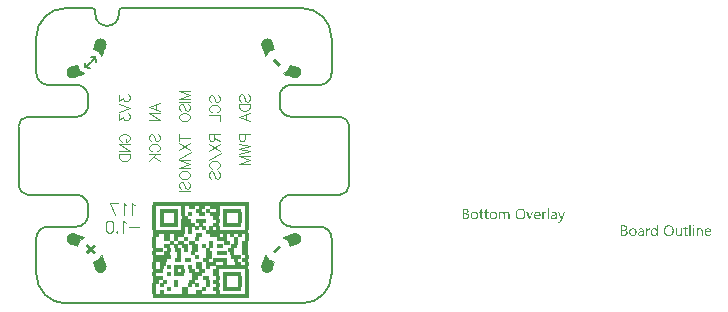
<source format=gbo>
G04*
G04 #@! TF.GenerationSoftware,Altium Limited,Altium Designer,22.4.2 (48)*
G04*
G04 Layer_Color=32896*
%FSAX25Y25*%
%MOIN*%
G70*
G04*
G04 #@! TF.SameCoordinates,03BAF07D-572A-4E9D-8DEF-3220CFA764F5*
G04*
G04*
G04 #@! TF.FilePolarity,Positive*
G04*
G01*
G75*
%ADD11C,0.00394*%
%ADD12C,0.01299*%
%ADD13C,0.03937*%
%ADD14C,0.00787*%
%ADD67R,0.31890X0.01181*%
%ADD68R,0.01181X0.01181*%
%ADD69R,0.03543X0.01181*%
%ADD70R,0.02362X0.01181*%
%ADD71R,0.05906X0.01181*%
%ADD72R,0.02362X0.01181*%
%ADD73R,0.05906X0.01181*%
%ADD74R,0.01181X0.01181*%
%ADD75R,0.03543X0.01181*%
%ADD76R,0.02362X0.01181*%
%ADD77R,0.01181X0.01181*%
%ADD78R,0.01181X0.01181*%
%ADD79R,0.03543X0.01181*%
%ADD80R,0.04724X0.01181*%
%ADD81R,0.14173X0.01181*%
%ADD82R,0.10630X0.01181*%
%ADD83R,0.02362X0.01181*%
%ADD84R,0.04724X0.01181*%
%ADD85R,0.05906X0.01181*%
%ADD86R,0.03543X0.01181*%
G36*
X0032473Y0030519D02*
X0031685Y0029730D01*
X0029730Y0031685D01*
X0030519Y0032473D01*
X0032473Y0030519D01*
D02*
G37*
G36*
X0107789Y-0018598D02*
X0107807D01*
X0107829Y-0018601D01*
X0107881Y-0018610D01*
X0107943Y-0018625D01*
X0108014Y-0018647D01*
X0108088Y-0018681D01*
X0108166Y-0018721D01*
X0108206Y-0018749D01*
X0108243Y-0018777D01*
X0108280Y-0018808D01*
X0108317Y-0018845D01*
X0108354Y-0018885D01*
X0108388Y-0018928D01*
X0108419Y-0018974D01*
X0108450Y-0019027D01*
X0108478Y-0019083D01*
X0108502Y-0019144D01*
X0108524Y-0019209D01*
X0108546Y-0019280D01*
X0108558Y-0019355D01*
X0108570Y-0019438D01*
X0108577Y-0019524D01*
X0108580Y-0019617D01*
Y-0021162D01*
X0108178D01*
Y-0019722D01*
Y-0019716D01*
Y-0019704D01*
Y-0019682D01*
X0108175Y-0019654D01*
Y-0019620D01*
X0108172Y-0019580D01*
X0108169Y-0019537D01*
X0108162Y-0019490D01*
X0108147Y-0019392D01*
X0108122Y-0019293D01*
X0108110Y-0019243D01*
X0108091Y-0019200D01*
X0108070Y-0019157D01*
X0108048Y-0019120D01*
Y-0019117D01*
X0108042Y-0019110D01*
X0108036Y-0019101D01*
X0108024Y-0019092D01*
X0108011Y-0019076D01*
X0107993Y-0019061D01*
X0107971Y-0019046D01*
X0107946Y-0019027D01*
X0107918Y-0019008D01*
X0107887Y-0018993D01*
X0107850Y-0018978D01*
X0107813Y-0018962D01*
X0107770Y-0018953D01*
X0107721Y-0018944D01*
X0107671Y-0018937D01*
X0107616Y-0018934D01*
X0107591D01*
X0107572Y-0018937D01*
X0107551Y-0018940D01*
X0107526Y-0018947D01*
X0107464Y-0018962D01*
X0107430Y-0018974D01*
X0107396Y-0018993D01*
X0107359Y-0019012D01*
X0107325Y-0019033D01*
X0107288Y-0019061D01*
X0107251Y-0019092D01*
X0107214Y-0019129D01*
X0107180Y-0019169D01*
X0107177Y-0019172D01*
X0107174Y-0019178D01*
X0107165Y-0019194D01*
X0107152Y-0019209D01*
X0107140Y-0019234D01*
X0107124Y-0019262D01*
X0107106Y-0019293D01*
X0107090Y-0019327D01*
X0107075Y-0019367D01*
X0107056Y-0019410D01*
X0107041Y-0019456D01*
X0107028Y-0019506D01*
X0107016Y-0019558D01*
X0107010Y-0019614D01*
X0107004Y-0019670D01*
X0107001Y-0019732D01*
Y-0021162D01*
X0106599D01*
Y-0019673D01*
Y-0019670D01*
Y-0019664D01*
Y-0019654D01*
Y-0019642D01*
X0106596Y-0019623D01*
Y-0019605D01*
X0106590Y-0019558D01*
X0106580Y-0019503D01*
X0106568Y-0019438D01*
X0106553Y-0019373D01*
X0106528Y-0019302D01*
X0106497Y-0019234D01*
X0106460Y-0019169D01*
X0106414Y-0019104D01*
X0106358Y-0019049D01*
X0106293Y-0019002D01*
X0106256Y-0018984D01*
X0106216Y-0018965D01*
X0106173Y-0018953D01*
X0106129Y-0018944D01*
X0106080Y-0018937D01*
X0106027Y-0018934D01*
X0106003D01*
X0105984Y-0018937D01*
X0105959Y-0018940D01*
X0105935Y-0018947D01*
X0105873Y-0018962D01*
X0105839Y-0018974D01*
X0105805Y-0018990D01*
X0105768Y-0019005D01*
X0105731Y-0019027D01*
X0105694Y-0019055D01*
X0105657Y-0019083D01*
X0105623Y-0019117D01*
X0105589Y-0019157D01*
X0105586Y-0019160D01*
X0105582Y-0019166D01*
X0105573Y-0019178D01*
X0105561Y-0019197D01*
X0105548Y-0019219D01*
X0105536Y-0019243D01*
X0105521Y-0019274D01*
X0105505Y-0019311D01*
X0105487Y-0019352D01*
X0105471Y-0019395D01*
X0105459Y-0019441D01*
X0105446Y-0019490D01*
X0105434Y-0019546D01*
X0105425Y-0019605D01*
X0105422Y-0019667D01*
X0105419Y-0019732D01*
Y-0021162D01*
X0105017D01*
Y-0018653D01*
X0105419D01*
Y-0019052D01*
X0105428D01*
X0105431Y-0019046D01*
X0105440Y-0019033D01*
X0105456Y-0019008D01*
X0105477Y-0018981D01*
X0105505Y-0018947D01*
X0105539Y-0018906D01*
X0105579Y-0018866D01*
X0105626Y-0018823D01*
X0105678Y-0018780D01*
X0105737Y-0018740D01*
X0105802Y-0018699D01*
X0105870Y-0018665D01*
X0105947Y-0018638D01*
X0106030Y-0018613D01*
X0106117Y-0018601D01*
X0106210Y-0018594D01*
X0106234D01*
X0106253Y-0018598D01*
X0106274D01*
X0106302Y-0018601D01*
X0106330Y-0018607D01*
X0106361Y-0018613D01*
X0106432Y-0018628D01*
X0106506Y-0018656D01*
X0106580Y-0018690D01*
X0106617Y-0018715D01*
X0106655Y-0018740D01*
X0106658Y-0018743D01*
X0106664Y-0018746D01*
X0106673Y-0018755D01*
X0106685Y-0018764D01*
X0106720Y-0018798D01*
X0106760Y-0018839D01*
X0106803Y-0018894D01*
X0106846Y-0018959D01*
X0106886Y-0019033D01*
X0106917Y-0019117D01*
X0106920Y-0019110D01*
X0106930Y-0019095D01*
X0106948Y-0019067D01*
X0106970Y-0019036D01*
X0107001Y-0018996D01*
X0107035Y-0018950D01*
X0107078Y-0018903D01*
X0107127Y-0018854D01*
X0107183Y-0018808D01*
X0107245Y-0018758D01*
X0107313Y-0018715D01*
X0107387Y-0018675D01*
X0107470Y-0018644D01*
X0107557Y-0018616D01*
X0107653Y-0018601D01*
X0107752Y-0018594D01*
X0107773D01*
X0107789Y-0018598D01*
D02*
G37*
G36*
X0120649Y-0018613D02*
X0120683D01*
X0120720Y-0018619D01*
X0120761Y-0018625D01*
X0120801Y-0018632D01*
X0120835Y-0018644D01*
Y-0019061D01*
X0120828Y-0019058D01*
X0120816Y-0019049D01*
X0120791Y-0019036D01*
X0120757Y-0019021D01*
X0120711Y-0019005D01*
X0120662Y-0018993D01*
X0120600Y-0018984D01*
X0120529Y-0018981D01*
X0120504D01*
X0120485Y-0018984D01*
X0120464Y-0018987D01*
X0120439Y-0018993D01*
X0120380Y-0019012D01*
X0120346Y-0019024D01*
X0120312Y-0019039D01*
X0120275Y-0019061D01*
X0120238Y-0019083D01*
X0120204Y-0019110D01*
X0120167Y-0019144D01*
X0120133Y-0019182D01*
X0120099Y-0019225D01*
X0120096Y-0019228D01*
X0120093Y-0019237D01*
X0120084Y-0019250D01*
X0120071Y-0019268D01*
X0120059Y-0019293D01*
X0120044Y-0019324D01*
X0120028Y-0019358D01*
X0120013Y-0019398D01*
X0119997Y-0019441D01*
X0119982Y-0019490D01*
X0119966Y-0019546D01*
X0119954Y-0019605D01*
X0119942Y-0019670D01*
X0119932Y-0019738D01*
X0119929Y-0019809D01*
X0119926Y-0019886D01*
Y-0021162D01*
X0119525D01*
Y-0018653D01*
X0119926D01*
Y-0019172D01*
X0119935D01*
Y-0019169D01*
X0119939Y-0019160D01*
X0119945Y-0019148D01*
X0119951Y-0019129D01*
X0119960Y-0019107D01*
X0119973Y-0019080D01*
X0120000Y-0019021D01*
X0120037Y-0018953D01*
X0120084Y-0018885D01*
X0120136Y-0018820D01*
X0120198Y-0018758D01*
X0120201Y-0018755D01*
X0120207Y-0018752D01*
X0120217Y-0018746D01*
X0120229Y-0018733D01*
X0120244Y-0018724D01*
X0120266Y-0018712D01*
X0120312Y-0018684D01*
X0120371Y-0018656D01*
X0120439Y-0018632D01*
X0120513Y-0018616D01*
X0120553Y-0018613D01*
X0120594Y-0018610D01*
X0120618D01*
X0120649Y-0018613D01*
D02*
G37*
G36*
X0125881Y-0021564D02*
Y-0021567D01*
X0125877Y-0021573D01*
X0125871Y-0021583D01*
X0125865Y-0021598D01*
X0125859Y-0021617D01*
X0125850Y-0021635D01*
X0125825Y-0021684D01*
X0125791Y-0021743D01*
X0125754Y-0021811D01*
X0125707Y-0021879D01*
X0125655Y-0021953D01*
X0125596Y-0022024D01*
X0125531Y-0022095D01*
X0125460Y-0022163D01*
X0125383Y-0022222D01*
X0125300Y-0022272D01*
X0125256Y-0022290D01*
X0125210Y-0022309D01*
X0125164Y-0022324D01*
X0125114Y-0022333D01*
X0125065Y-0022340D01*
X0125012Y-0022343D01*
X0124988D01*
X0124957Y-0022340D01*
X0124920D01*
X0124879Y-0022333D01*
X0124836Y-0022327D01*
X0124790Y-0022321D01*
X0124750Y-0022309D01*
Y-0021950D01*
X0124756Y-0021953D01*
X0124771Y-0021956D01*
X0124796Y-0021962D01*
X0124827Y-0021972D01*
X0124864Y-0021981D01*
X0124904Y-0021987D01*
X0124947Y-0021990D01*
X0124988Y-0021993D01*
X0125000D01*
X0125015Y-0021990D01*
X0125037Y-0021987D01*
X0125062Y-0021981D01*
X0125093Y-0021975D01*
X0125124Y-0021962D01*
X0125161Y-0021947D01*
X0125195Y-0021929D01*
X0125235Y-0021904D01*
X0125272Y-0021876D01*
X0125309Y-0021842D01*
X0125346Y-0021799D01*
X0125383Y-0021752D01*
X0125414Y-0021697D01*
X0125445Y-0021632D01*
X0125646Y-0021159D01*
X0124666Y-0018653D01*
X0125111D01*
X0125791Y-0020584D01*
Y-0020587D01*
X0125794Y-0020594D01*
X0125797Y-0020603D01*
X0125803Y-0020621D01*
X0125810Y-0020646D01*
X0125816Y-0020680D01*
X0125828Y-0020723D01*
X0125840Y-0020776D01*
X0125856D01*
Y-0020773D01*
X0125859Y-0020764D01*
X0125862Y-0020751D01*
X0125868Y-0020730D01*
X0125874Y-0020705D01*
X0125881Y-0020674D01*
X0125893Y-0020634D01*
X0125905Y-0020591D01*
X0126619Y-0018653D01*
X0127033D01*
X0125881Y-0021564D01*
D02*
G37*
G36*
X0115470Y-0021162D02*
X0115075D01*
X0114126Y-0018653D01*
X0114565D01*
X0115205Y-0020476D01*
Y-0020479D01*
X0115208Y-0020485D01*
X0115211Y-0020495D01*
X0115217Y-0020510D01*
X0115223Y-0020529D01*
X0115229Y-0020547D01*
X0115242Y-0020597D01*
X0115257Y-0020649D01*
X0115273Y-0020708D01*
X0115282Y-0020770D01*
X0115291Y-0020829D01*
X0115300D01*
Y-0020825D01*
Y-0020819D01*
X0115304Y-0020810D01*
X0115307Y-0020798D01*
Y-0020779D01*
X0115313Y-0020761D01*
X0115319Y-0020714D01*
X0115331Y-0020662D01*
X0115344Y-0020606D01*
X0115362Y-0020547D01*
X0115381Y-0020489D01*
X0116045Y-0018653D01*
X0116469D01*
X0115470Y-0021162D01*
D02*
G37*
G36*
X0123433Y-0018598D02*
X0123455D01*
X0123477Y-0018601D01*
X0123504Y-0018604D01*
X0123535Y-0018610D01*
X0123600Y-0018622D01*
X0123677Y-0018644D01*
X0123755Y-0018672D01*
X0123838Y-0018712D01*
X0123922Y-0018761D01*
X0123962Y-0018789D01*
X0124002Y-0018823D01*
X0124039Y-0018860D01*
X0124076Y-0018897D01*
X0124110Y-0018940D01*
X0124141Y-0018990D01*
X0124172Y-0019039D01*
X0124200Y-0019095D01*
X0124221Y-0019157D01*
X0124243Y-0019222D01*
X0124258Y-0019290D01*
X0124271Y-0019367D01*
X0124277Y-0019444D01*
X0124280Y-0019531D01*
Y-0021162D01*
X0123878D01*
Y-0020773D01*
X0123869D01*
X0123866Y-0020779D01*
X0123857Y-0020791D01*
X0123841Y-0020813D01*
X0123820Y-0020844D01*
X0123792Y-0020878D01*
X0123758Y-0020915D01*
X0123721Y-0020955D01*
X0123674Y-0020995D01*
X0123622Y-0021039D01*
X0123566Y-0021079D01*
X0123501Y-0021116D01*
X0123433Y-0021150D01*
X0123356Y-0021181D01*
X0123276Y-0021202D01*
X0123189Y-0021215D01*
X0123097Y-0021221D01*
X0123059D01*
X0123035Y-0021218D01*
X0123004Y-0021215D01*
X0122967Y-0021212D01*
X0122926Y-0021205D01*
X0122883Y-0021196D01*
X0122787Y-0021171D01*
X0122741Y-0021156D01*
X0122692Y-0021137D01*
X0122642Y-0021116D01*
X0122596Y-0021088D01*
X0122553Y-0021057D01*
X0122509Y-0021023D01*
X0122506Y-0021020D01*
X0122500Y-0021014D01*
X0122491Y-0021002D01*
X0122475Y-0020986D01*
X0122460Y-0020968D01*
X0122444Y-0020943D01*
X0122423Y-0020915D01*
X0122404Y-0020884D01*
X0122386Y-0020847D01*
X0122367Y-0020807D01*
X0122349Y-0020764D01*
X0122333Y-0020717D01*
X0122318Y-0020668D01*
X0122309Y-0020615D01*
X0122302Y-0020557D01*
X0122299Y-0020498D01*
Y-0020495D01*
Y-0020489D01*
Y-0020479D01*
X0122302Y-0020467D01*
Y-0020451D01*
X0122306Y-0020433D01*
X0122312Y-0020387D01*
X0122324Y-0020331D01*
X0122343Y-0020269D01*
X0122367Y-0020201D01*
X0122404Y-0020130D01*
X0122448Y-0020059D01*
X0122500Y-0019988D01*
X0122534Y-0019954D01*
X0122568Y-0019920D01*
X0122608Y-0019886D01*
X0122649Y-0019855D01*
X0122695Y-0019824D01*
X0122744Y-0019796D01*
X0122797Y-0019772D01*
X0122855Y-0019747D01*
X0122917Y-0019725D01*
X0122982Y-0019707D01*
X0123053Y-0019691D01*
X0123127Y-0019679D01*
X0123878Y-0019574D01*
Y-0019571D01*
Y-0019568D01*
Y-0019558D01*
Y-0019546D01*
X0123875Y-0019515D01*
X0123869Y-0019475D01*
X0123863Y-0019426D01*
X0123851Y-0019370D01*
X0123835Y-0019314D01*
X0123813Y-0019253D01*
X0123786Y-0019194D01*
X0123752Y-0019135D01*
X0123711Y-0019083D01*
X0123662Y-0019033D01*
X0123600Y-0018993D01*
X0123532Y-0018962D01*
X0123495Y-0018950D01*
X0123452Y-0018940D01*
X0123409Y-0018937D01*
X0123362Y-0018934D01*
X0123341D01*
X0123319Y-0018937D01*
X0123285Y-0018940D01*
X0123245Y-0018944D01*
X0123198Y-0018950D01*
X0123146Y-0018959D01*
X0123090Y-0018971D01*
X0123029Y-0018990D01*
X0122964Y-0019008D01*
X0122896Y-0019033D01*
X0122825Y-0019064D01*
X0122754Y-0019101D01*
X0122682Y-0019141D01*
X0122611Y-0019188D01*
X0122543Y-0019243D01*
Y-0018832D01*
X0122547Y-0018829D01*
X0122559Y-0018823D01*
X0122581Y-0018811D01*
X0122608Y-0018795D01*
X0122645Y-0018777D01*
X0122686Y-0018758D01*
X0122735Y-0018737D01*
X0122791Y-0018712D01*
X0122849Y-0018690D01*
X0122914Y-0018669D01*
X0122985Y-0018650D01*
X0123059Y-0018632D01*
X0123140Y-0018616D01*
X0123220Y-0018604D01*
X0123307Y-0018598D01*
X0123396Y-0018594D01*
X0123418D01*
X0123433Y-0018598D01*
D02*
G37*
G36*
X0121672Y-0021162D02*
X0121270D01*
Y-0017448D01*
X0121672D01*
Y-0021162D01*
D02*
G37*
G36*
X0093989Y-0017652D02*
X0094026Y-0017655D01*
X0094069Y-0017661D01*
X0094118Y-0017667D01*
X0094174Y-0017677D01*
X0094230Y-0017689D01*
X0094288Y-0017705D01*
X0094350Y-0017723D01*
X0094409Y-0017745D01*
X0094471Y-0017769D01*
X0094526Y-0017800D01*
X0094582Y-0017834D01*
X0094634Y-0017875D01*
X0094638Y-0017878D01*
X0094647Y-0017884D01*
X0094659Y-0017896D01*
X0094675Y-0017915D01*
X0094696Y-0017936D01*
X0094718Y-0017964D01*
X0094743Y-0017995D01*
X0094767Y-0018029D01*
X0094792Y-0018069D01*
X0094817Y-0018112D01*
X0094839Y-0018162D01*
X0094860Y-0018211D01*
X0094876Y-0018267D01*
X0094888Y-0018326D01*
X0094897Y-0018387D01*
X0094900Y-0018452D01*
Y-0018455D01*
Y-0018465D01*
Y-0018480D01*
X0094897Y-0018502D01*
X0094894Y-0018530D01*
X0094891Y-0018557D01*
X0094888Y-0018591D01*
X0094882Y-0018628D01*
X0094860Y-0018712D01*
X0094832Y-0018798D01*
X0094814Y-0018845D01*
X0094792Y-0018888D01*
X0094767Y-0018931D01*
X0094740Y-0018974D01*
X0094736Y-0018978D01*
X0094733Y-0018984D01*
X0094724Y-0018996D01*
X0094709Y-0019012D01*
X0094693Y-0019027D01*
X0094675Y-0019049D01*
X0094650Y-0019070D01*
X0094625Y-0019095D01*
X0094594Y-0019120D01*
X0094560Y-0019148D01*
X0094523Y-0019172D01*
X0094483Y-0019200D01*
X0094440Y-0019225D01*
X0094397Y-0019246D01*
X0094295Y-0019287D01*
Y-0019296D01*
X0094298D01*
X0094310Y-0019299D01*
X0094329Y-0019302D01*
X0094353Y-0019305D01*
X0094384Y-0019311D01*
X0094418Y-0019321D01*
X0094458Y-0019333D01*
X0094499Y-0019345D01*
X0094588Y-0019379D01*
X0094638Y-0019401D01*
X0094684Y-0019429D01*
X0094730Y-0019456D01*
X0094777Y-0019488D01*
X0094823Y-0019524D01*
X0094863Y-0019565D01*
X0094866Y-0019568D01*
X0094872Y-0019574D01*
X0094882Y-0019586D01*
X0094897Y-0019605D01*
X0094913Y-0019630D01*
X0094931Y-0019654D01*
X0094950Y-0019688D01*
X0094971Y-0019722D01*
X0094990Y-0019762D01*
X0095008Y-0019809D01*
X0095027Y-0019855D01*
X0095042Y-0019908D01*
X0095058Y-0019966D01*
X0095067Y-0020025D01*
X0095073Y-0020087D01*
X0095076Y-0020155D01*
Y-0020161D01*
Y-0020173D01*
X0095073Y-0020198D01*
X0095070Y-0020229D01*
X0095067Y-0020269D01*
X0095058Y-0020312D01*
X0095049Y-0020362D01*
X0095036Y-0020414D01*
X0095018Y-0020473D01*
X0094996Y-0020532D01*
X0094971Y-0020591D01*
X0094940Y-0020652D01*
X0094903Y-0020714D01*
X0094860Y-0020773D01*
X0094811Y-0020829D01*
X0094752Y-0020884D01*
X0094749Y-0020887D01*
X0094736Y-0020897D01*
X0094718Y-0020909D01*
X0094693Y-0020927D01*
X0094662Y-0020949D01*
X0094622Y-0020971D01*
X0094579Y-0020999D01*
X0094529Y-0021023D01*
X0094471Y-0021048D01*
X0094409Y-0021073D01*
X0094344Y-0021097D01*
X0094270Y-0021119D01*
X0094193Y-0021137D01*
X0094112Y-0021150D01*
X0094026Y-0021159D01*
X0093936Y-0021162D01*
X0092913D01*
Y-0017649D01*
X0093955D01*
X0093989Y-0017652D01*
D02*
G37*
G36*
X0100907Y-0018653D02*
X0101541D01*
Y-0018999D01*
X0100907D01*
Y-0020411D01*
Y-0020414D01*
Y-0020424D01*
Y-0020436D01*
Y-0020451D01*
X0100910Y-0020473D01*
X0100913Y-0020498D01*
X0100920Y-0020550D01*
X0100929Y-0020612D01*
X0100944Y-0020671D01*
X0100966Y-0020727D01*
X0100978Y-0020751D01*
X0100994Y-0020773D01*
X0100997Y-0020776D01*
X0101009Y-0020788D01*
X0101031Y-0020807D01*
X0101062Y-0020825D01*
X0101102Y-0020847D01*
X0101151Y-0020863D01*
X0101210Y-0020875D01*
X0101278Y-0020881D01*
X0101303D01*
X0101330Y-0020878D01*
X0101368Y-0020872D01*
X0101408Y-0020859D01*
X0101454Y-0020847D01*
X0101497Y-0020825D01*
X0101541Y-0020798D01*
Y-0021141D01*
X0101538D01*
X0101534Y-0021144D01*
X0101525Y-0021147D01*
X0101516Y-0021153D01*
X0101482Y-0021165D01*
X0101442Y-0021178D01*
X0101386Y-0021190D01*
X0101321Y-0021202D01*
X0101247Y-0021212D01*
X0101164Y-0021215D01*
X0101136D01*
X0101102Y-0021209D01*
X0101062Y-0021202D01*
X0101012Y-0021193D01*
X0100957Y-0021175D01*
X0100895Y-0021153D01*
X0100836Y-0021122D01*
X0100774Y-0021085D01*
X0100713Y-0021035D01*
X0100657Y-0020977D01*
X0100632Y-0020943D01*
X0100608Y-0020906D01*
X0100586Y-0020866D01*
X0100567Y-0020822D01*
X0100549Y-0020776D01*
X0100533Y-0020723D01*
X0100521Y-0020671D01*
X0100512Y-0020612D01*
X0100509Y-0020550D01*
X0100505Y-0020482D01*
Y-0018999D01*
X0100076D01*
Y-0018653D01*
X0100505D01*
Y-0018041D01*
X0100907Y-0017911D01*
Y-0018653D01*
D02*
G37*
G36*
X0099208D02*
X0099841D01*
Y-0018999D01*
X0099208D01*
Y-0020411D01*
Y-0020414D01*
Y-0020424D01*
Y-0020436D01*
Y-0020451D01*
X0099211Y-0020473D01*
X0099214Y-0020498D01*
X0099220Y-0020550D01*
X0099229Y-0020612D01*
X0099245Y-0020671D01*
X0099266Y-0020727D01*
X0099279Y-0020751D01*
X0099294Y-0020773D01*
X0099297Y-0020776D01*
X0099310Y-0020788D01*
X0099331Y-0020807D01*
X0099362Y-0020825D01*
X0099402Y-0020847D01*
X0099452Y-0020863D01*
X0099511Y-0020875D01*
X0099578Y-0020881D01*
X0099603D01*
X0099631Y-0020878D01*
X0099668Y-0020872D01*
X0099708Y-0020859D01*
X0099755Y-0020847D01*
X0099798Y-0020825D01*
X0099841Y-0020798D01*
Y-0021141D01*
X0099838D01*
X0099835Y-0021144D01*
X0099826Y-0021147D01*
X0099816Y-0021153D01*
X0099782Y-0021165D01*
X0099742Y-0021178D01*
X0099687Y-0021190D01*
X0099622Y-0021202D01*
X0099548Y-0021212D01*
X0099464Y-0021215D01*
X0099436D01*
X0099402Y-0021209D01*
X0099362Y-0021202D01*
X0099313Y-0021193D01*
X0099257Y-0021175D01*
X0099195Y-0021153D01*
X0099137Y-0021122D01*
X0099075Y-0021085D01*
X0099013Y-0021035D01*
X0098957Y-0020977D01*
X0098933Y-0020943D01*
X0098908Y-0020906D01*
X0098886Y-0020866D01*
X0098868Y-0020822D01*
X0098849Y-0020776D01*
X0098834Y-0020723D01*
X0098822Y-0020671D01*
X0098812Y-0020612D01*
X0098809Y-0020550D01*
X0098806Y-0020482D01*
Y-0018999D01*
X0098377D01*
Y-0018653D01*
X0098806D01*
Y-0018041D01*
X0099208Y-0017911D01*
Y-0018653D01*
D02*
G37*
G36*
X0117933Y-0018598D02*
X0117967Y-0018601D01*
X0118010Y-0018604D01*
X0118057Y-0018610D01*
X0118109Y-0018622D01*
X0118165Y-0018635D01*
X0118227Y-0018650D01*
X0118289Y-0018672D01*
X0118350Y-0018699D01*
X0118415Y-0018730D01*
X0118477Y-0018767D01*
X0118536Y-0018811D01*
X0118594Y-0018860D01*
X0118647Y-0018916D01*
X0118650Y-0018919D01*
X0118659Y-0018931D01*
X0118672Y-0018950D01*
X0118690Y-0018974D01*
X0118709Y-0019005D01*
X0118733Y-0019046D01*
X0118758Y-0019092D01*
X0118783Y-0019144D01*
X0118808Y-0019206D01*
X0118832Y-0019271D01*
X0118857Y-0019345D01*
X0118876Y-0019423D01*
X0118894Y-0019509D01*
X0118906Y-0019599D01*
X0118916Y-0019698D01*
X0118919Y-0019800D01*
Y-0020010D01*
X0117145D01*
Y-0020016D01*
Y-0020028D01*
X0117148Y-0020050D01*
X0117151Y-0020078D01*
X0117154Y-0020115D01*
X0117161Y-0020155D01*
X0117167Y-0020198D01*
X0117179Y-0020248D01*
X0117207Y-0020353D01*
X0117226Y-0020405D01*
X0117247Y-0020461D01*
X0117272Y-0020513D01*
X0117300Y-0020566D01*
X0117334Y-0020612D01*
X0117371Y-0020659D01*
X0117374Y-0020662D01*
X0117380Y-0020668D01*
X0117392Y-0020680D01*
X0117411Y-0020693D01*
X0117432Y-0020711D01*
X0117460Y-0020730D01*
X0117491Y-0020751D01*
X0117525Y-0020770D01*
X0117565Y-0020791D01*
X0117612Y-0020813D01*
X0117658Y-0020832D01*
X0117714Y-0020850D01*
X0117769Y-0020863D01*
X0117831Y-0020875D01*
X0117896Y-0020881D01*
X0117964Y-0020884D01*
X0117982D01*
X0118004Y-0020881D01*
X0118035D01*
X0118072Y-0020875D01*
X0118115Y-0020869D01*
X0118165Y-0020859D01*
X0118220Y-0020850D01*
X0118279Y-0020835D01*
X0118341Y-0020816D01*
X0118406Y-0020795D01*
X0118471Y-0020767D01*
X0118539Y-0020736D01*
X0118607Y-0020699D01*
X0118675Y-0020655D01*
X0118743Y-0020606D01*
Y-0020983D01*
X0118740Y-0020986D01*
X0118727Y-0020992D01*
X0118709Y-0021005D01*
X0118684Y-0021020D01*
X0118650Y-0021039D01*
X0118610Y-0021057D01*
X0118563Y-0021079D01*
X0118511Y-0021100D01*
X0118449Y-0021125D01*
X0118384Y-0021147D01*
X0118313Y-0021165D01*
X0118236Y-0021184D01*
X0118152Y-0021199D01*
X0118063Y-0021212D01*
X0117967Y-0021218D01*
X0117868Y-0021221D01*
X0117843D01*
X0117819Y-0021218D01*
X0117782Y-0021215D01*
X0117735Y-0021212D01*
X0117683Y-0021202D01*
X0117627Y-0021193D01*
X0117565Y-0021178D01*
X0117500Y-0021159D01*
X0117432Y-0021137D01*
X0117361Y-0021110D01*
X0117294Y-0021079D01*
X0117222Y-0021039D01*
X0117157Y-0020992D01*
X0117093Y-0020940D01*
X0117034Y-0020881D01*
X0117031Y-0020878D01*
X0117022Y-0020866D01*
X0117006Y-0020844D01*
X0116988Y-0020816D01*
X0116963Y-0020782D01*
X0116938Y-0020739D01*
X0116910Y-0020689D01*
X0116883Y-0020631D01*
X0116855Y-0020569D01*
X0116827Y-0020495D01*
X0116802Y-0020417D01*
X0116777Y-0020331D01*
X0116759Y-0020238D01*
X0116744Y-0020139D01*
X0116734Y-0020031D01*
X0116731Y-0019920D01*
Y-0019917D01*
Y-0019914D01*
Y-0019905D01*
Y-0019895D01*
X0116734Y-0019864D01*
X0116737Y-0019821D01*
X0116740Y-0019772D01*
X0116750Y-0019716D01*
X0116759Y-0019651D01*
X0116771Y-0019580D01*
X0116790Y-0019506D01*
X0116811Y-0019429D01*
X0116839Y-0019348D01*
X0116870Y-0019268D01*
X0116907Y-0019191D01*
X0116954Y-0019110D01*
X0117003Y-0019036D01*
X0117062Y-0018965D01*
X0117065Y-0018962D01*
X0117077Y-0018950D01*
X0117096Y-0018931D01*
X0117120Y-0018906D01*
X0117154Y-0018879D01*
X0117195Y-0018848D01*
X0117238Y-0018814D01*
X0117290Y-0018780D01*
X0117346Y-0018746D01*
X0117411Y-0018712D01*
X0117479Y-0018681D01*
X0117550Y-0018653D01*
X0117627Y-0018628D01*
X0117711Y-0018610D01*
X0117797Y-0018598D01*
X0117887Y-0018594D01*
X0117908D01*
X0117933Y-0018598D01*
D02*
G37*
G36*
X0112294Y-0017593D02*
X0112315D01*
X0112337Y-0017596D01*
X0112365D01*
X0112427Y-0017606D01*
X0112498Y-0017615D01*
X0112578Y-0017630D01*
X0112665Y-0017652D01*
X0112754Y-0017677D01*
X0112850Y-0017711D01*
X0112946Y-0017751D01*
X0113045Y-0017797D01*
X0113144Y-0017853D01*
X0113236Y-0017918D01*
X0113329Y-0017995D01*
X0113416Y-0018081D01*
X0113422Y-0018088D01*
X0113434Y-0018103D01*
X0113456Y-0018131D01*
X0113487Y-0018171D01*
X0113517Y-0018221D01*
X0113558Y-0018279D01*
X0113598Y-0018347D01*
X0113638Y-0018425D01*
X0113678Y-0018514D01*
X0113718Y-0018610D01*
X0113759Y-0018715D01*
X0113793Y-0018829D01*
X0113820Y-0018953D01*
X0113842Y-0019083D01*
X0113854Y-0019219D01*
X0113860Y-0019364D01*
Y-0019367D01*
Y-0019373D01*
Y-0019386D01*
Y-0019401D01*
X0113857Y-0019423D01*
Y-0019447D01*
X0113854Y-0019475D01*
Y-0019506D01*
X0113851Y-0019540D01*
X0113848Y-0019577D01*
X0113836Y-0019660D01*
X0113823Y-0019756D01*
X0113805Y-0019855D01*
X0113780Y-0019963D01*
X0113749Y-0020075D01*
X0113712Y-0020186D01*
X0113669Y-0020300D01*
X0113616Y-0020411D01*
X0113555Y-0020523D01*
X0113484Y-0020625D01*
X0113403Y-0020723D01*
X0113397Y-0020730D01*
X0113382Y-0020745D01*
X0113357Y-0020770D01*
X0113320Y-0020801D01*
X0113273Y-0020838D01*
X0113218Y-0020881D01*
X0113156Y-0020924D01*
X0113082Y-0020971D01*
X0112998Y-0021017D01*
X0112906Y-0021063D01*
X0112807Y-0021107D01*
X0112699Y-0021144D01*
X0112581Y-0021175D01*
X0112458Y-0021199D01*
X0112325Y-0021215D01*
X0112186Y-0021221D01*
X0112152D01*
X0112136Y-0021218D01*
X0112115D01*
X0112090Y-0021215D01*
X0112062Y-0021212D01*
X0111997Y-0021205D01*
X0111926Y-0021196D01*
X0111843Y-0021181D01*
X0111756Y-0021159D01*
X0111660Y-0021134D01*
X0111565Y-0021100D01*
X0111466Y-0021060D01*
X0111364Y-0021014D01*
X0111265Y-0020958D01*
X0111169Y-0020890D01*
X0111073Y-0020816D01*
X0110987Y-0020730D01*
X0110981Y-0020723D01*
X0110968Y-0020708D01*
X0110947Y-0020680D01*
X0110916Y-0020640D01*
X0110882Y-0020591D01*
X0110845Y-0020532D01*
X0110804Y-0020464D01*
X0110764Y-0020383D01*
X0110721Y-0020297D01*
X0110681Y-0020201D01*
X0110644Y-0020096D01*
X0110610Y-0019982D01*
X0110579Y-0019858D01*
X0110557Y-0019728D01*
X0110545Y-0019592D01*
X0110539Y-0019447D01*
Y-0019444D01*
Y-0019438D01*
Y-0019426D01*
Y-0019410D01*
X0110542Y-0019389D01*
Y-0019367D01*
X0110545Y-0019339D01*
Y-0019308D01*
X0110548Y-0019274D01*
X0110554Y-0019234D01*
X0110564Y-0019154D01*
X0110576Y-0019061D01*
X0110598Y-0018962D01*
X0110619Y-0018854D01*
X0110650Y-0018746D01*
X0110687Y-0018635D01*
X0110730Y-0018520D01*
X0110783Y-0018409D01*
X0110845Y-0018301D01*
X0110916Y-0018196D01*
X0110996Y-0018097D01*
X0111002Y-0018091D01*
X0111018Y-0018075D01*
X0111042Y-0018051D01*
X0111080Y-0018017D01*
X0111126Y-0017979D01*
X0111185Y-0017936D01*
X0111249Y-0017890D01*
X0111324Y-0017844D01*
X0111410Y-0017797D01*
X0111503Y-0017751D01*
X0111605Y-0017708D01*
X0111716Y-0017671D01*
X0111837Y-0017637D01*
X0111963Y-0017612D01*
X0112099Y-0017596D01*
X0112244Y-0017590D01*
X0112275D01*
X0112294Y-0017593D01*
D02*
G37*
G36*
X0103237Y-0018598D02*
X0103277Y-0018601D01*
X0103324Y-0018604D01*
X0103379Y-0018613D01*
X0103438Y-0018622D01*
X0103503Y-0018638D01*
X0103574Y-0018656D01*
X0103645Y-0018678D01*
X0103716Y-0018706D01*
X0103790Y-0018740D01*
X0103861Y-0018780D01*
X0103932Y-0018826D01*
X0103997Y-0018879D01*
X0104059Y-0018940D01*
X0104062Y-0018944D01*
X0104071Y-0018956D01*
X0104087Y-0018978D01*
X0104108Y-0019005D01*
X0104133Y-0019039D01*
X0104158Y-0019083D01*
X0104189Y-0019132D01*
X0104217Y-0019191D01*
X0104247Y-0019256D01*
X0104275Y-0019327D01*
X0104300Y-0019404D01*
X0104325Y-0019490D01*
X0104346Y-0019583D01*
X0104362Y-0019682D01*
X0104371Y-0019787D01*
X0104374Y-0019898D01*
Y-0019902D01*
Y-0019905D01*
Y-0019914D01*
Y-0019926D01*
X0104371Y-0019957D01*
X0104368Y-0019997D01*
X0104365Y-0020050D01*
X0104356Y-0020109D01*
X0104346Y-0020173D01*
X0104331Y-0020245D01*
X0104312Y-0020319D01*
X0104291Y-0020399D01*
X0104263Y-0020479D01*
X0104232Y-0020560D01*
X0104192Y-0020640D01*
X0104146Y-0020717D01*
X0104093Y-0020791D01*
X0104034Y-0020863D01*
X0104031Y-0020866D01*
X0104019Y-0020878D01*
X0104000Y-0020897D01*
X0103972Y-0020918D01*
X0103938Y-0020946D01*
X0103898Y-0020977D01*
X0103849Y-0021008D01*
X0103793Y-0021042D01*
X0103732Y-0021076D01*
X0103664Y-0021107D01*
X0103589Y-0021137D01*
X0103509Y-0021165D01*
X0103419Y-0021187D01*
X0103327Y-0021205D01*
X0103231Y-0021218D01*
X0103126Y-0021221D01*
X0103101D01*
X0103073Y-0021218D01*
X0103033Y-0021215D01*
X0102987Y-0021212D01*
X0102931Y-0021202D01*
X0102873Y-0021193D01*
X0102808Y-0021178D01*
X0102736Y-0021159D01*
X0102665Y-0021134D01*
X0102591Y-0021107D01*
X0102517Y-0021073D01*
X0102443Y-0021033D01*
X0102369Y-0020986D01*
X0102301Y-0020934D01*
X0102236Y-0020872D01*
X0102233Y-0020869D01*
X0102220Y-0020856D01*
X0102205Y-0020835D01*
X0102183Y-0020807D01*
X0102159Y-0020773D01*
X0102131Y-0020730D01*
X0102103Y-0020680D01*
X0102072Y-0020621D01*
X0102041Y-0020560D01*
X0102010Y-0020489D01*
X0101982Y-0020411D01*
X0101958Y-0020328D01*
X0101936Y-0020241D01*
X0101921Y-0020146D01*
X0101908Y-0020044D01*
X0101905Y-0019939D01*
Y-0019936D01*
Y-0019932D01*
Y-0019923D01*
Y-0019911D01*
X0101908Y-0019877D01*
X0101911Y-0019834D01*
X0101915Y-0019781D01*
X0101924Y-0019719D01*
X0101933Y-0019651D01*
X0101948Y-0019577D01*
X0101967Y-0019500D01*
X0101989Y-0019420D01*
X0102016Y-0019336D01*
X0102050Y-0019253D01*
X0102091Y-0019172D01*
X0102134Y-0019095D01*
X0102187Y-0019021D01*
X0102248Y-0018950D01*
X0102251Y-0018947D01*
X0102264Y-0018934D01*
X0102285Y-0018916D01*
X0102313Y-0018894D01*
X0102347Y-0018866D01*
X0102390Y-0018839D01*
X0102440Y-0018805D01*
X0102496Y-0018771D01*
X0102557Y-0018740D01*
X0102628Y-0018706D01*
X0102706Y-0018678D01*
X0102789Y-0018650D01*
X0102879Y-0018628D01*
X0102974Y-0018610D01*
X0103076Y-0018598D01*
X0103184Y-0018594D01*
X0103209D01*
X0103237Y-0018598D01*
D02*
G37*
G36*
X0096896D02*
X0096937Y-0018601D01*
X0096983Y-0018604D01*
X0097039Y-0018613D01*
X0097097Y-0018622D01*
X0097162Y-0018638D01*
X0097233Y-0018656D01*
X0097304Y-0018678D01*
X0097375Y-0018706D01*
X0097449Y-0018740D01*
X0097521Y-0018780D01*
X0097592Y-0018826D01*
X0097657Y-0018879D01*
X0097718Y-0018940D01*
X0097721Y-0018944D01*
X0097731Y-0018956D01*
X0097746Y-0018978D01*
X0097768Y-0019005D01*
X0097793Y-0019039D01*
X0097817Y-0019083D01*
X0097848Y-0019132D01*
X0097876Y-0019191D01*
X0097907Y-0019256D01*
X0097935Y-0019327D01*
X0097959Y-0019404D01*
X0097984Y-0019490D01*
X0098006Y-0019583D01*
X0098021Y-0019682D01*
X0098030Y-0019787D01*
X0098033Y-0019898D01*
Y-0019902D01*
Y-0019905D01*
Y-0019914D01*
Y-0019926D01*
X0098030Y-0019957D01*
X0098027Y-0019997D01*
X0098024Y-0020050D01*
X0098015Y-0020109D01*
X0098006Y-0020173D01*
X0097990Y-0020245D01*
X0097972Y-0020319D01*
X0097950Y-0020399D01*
X0097922Y-0020479D01*
X0097891Y-0020560D01*
X0097851Y-0020640D01*
X0097805Y-0020717D01*
X0097752Y-0020791D01*
X0097694Y-0020863D01*
X0097690Y-0020866D01*
X0097678Y-0020878D01*
X0097660Y-0020897D01*
X0097632Y-0020918D01*
X0097598Y-0020946D01*
X0097558Y-0020977D01*
X0097508Y-0021008D01*
X0097453Y-0021042D01*
X0097391Y-0021076D01*
X0097323Y-0021107D01*
X0097249Y-0021137D01*
X0097168Y-0021165D01*
X0097079Y-0021187D01*
X0096986Y-0021205D01*
X0096890Y-0021218D01*
X0096785Y-0021221D01*
X0096760D01*
X0096733Y-0021218D01*
X0096692Y-0021215D01*
X0096646Y-0021212D01*
X0096591Y-0021202D01*
X0096532Y-0021193D01*
X0096467Y-0021178D01*
X0096396Y-0021159D01*
X0096325Y-0021134D01*
X0096251Y-0021107D01*
X0096176Y-0021073D01*
X0096102Y-0021033D01*
X0096028Y-0020986D01*
X0095960Y-0020934D01*
X0095895Y-0020872D01*
X0095892Y-0020869D01*
X0095880Y-0020856D01*
X0095864Y-0020835D01*
X0095843Y-0020807D01*
X0095818Y-0020773D01*
X0095790Y-0020730D01*
X0095762Y-0020680D01*
X0095732Y-0020621D01*
X0095701Y-0020560D01*
X0095670Y-0020489D01*
X0095642Y-0020411D01*
X0095617Y-0020328D01*
X0095596Y-0020241D01*
X0095580Y-0020146D01*
X0095568Y-0020044D01*
X0095565Y-0019939D01*
Y-0019936D01*
Y-0019932D01*
Y-0019923D01*
Y-0019911D01*
X0095568Y-0019877D01*
X0095571Y-0019834D01*
X0095574Y-0019781D01*
X0095583Y-0019719D01*
X0095592Y-0019651D01*
X0095608Y-0019577D01*
X0095626Y-0019500D01*
X0095648Y-0019420D01*
X0095676Y-0019336D01*
X0095710Y-0019253D01*
X0095750Y-0019172D01*
X0095793Y-0019095D01*
X0095846Y-0019021D01*
X0095908Y-0018950D01*
X0095911Y-0018947D01*
X0095923Y-0018934D01*
X0095945Y-0018916D01*
X0095973Y-0018894D01*
X0096007Y-0018866D01*
X0096050Y-0018839D01*
X0096099Y-0018805D01*
X0096155Y-0018771D01*
X0096217Y-0018740D01*
X0096288Y-0018706D01*
X0096365Y-0018678D01*
X0096448Y-0018650D01*
X0096538Y-0018628D01*
X0096634Y-0018610D01*
X0096736Y-0018598D01*
X0096844Y-0018594D01*
X0096869D01*
X0096896Y-0018598D01*
D02*
G37*
G36*
X0169938Y-0023048D02*
X0169966Y-0023054D01*
X0169993Y-0023064D01*
X0170024Y-0023079D01*
X0170055Y-0023098D01*
X0170086Y-0023122D01*
X0170089Y-0023125D01*
X0170098Y-0023135D01*
X0170111Y-0023150D01*
X0170126Y-0023172D01*
X0170139Y-0023200D01*
X0170151Y-0023231D01*
X0170160Y-0023268D01*
X0170163Y-0023308D01*
Y-0023314D01*
Y-0023326D01*
X0170160Y-0023345D01*
X0170154Y-0023373D01*
X0170145Y-0023401D01*
X0170129Y-0023431D01*
X0170111Y-0023462D01*
X0170086Y-0023493D01*
X0170083Y-0023496D01*
X0170074Y-0023506D01*
X0170055Y-0023518D01*
X0170034Y-0023530D01*
X0170006Y-0023543D01*
X0169975Y-0023555D01*
X0169941Y-0023564D01*
X0169901Y-0023567D01*
X0169882D01*
X0169863Y-0023564D01*
X0169836Y-0023558D01*
X0169808Y-0023549D01*
X0169777Y-0023537D01*
X0169746Y-0023521D01*
X0169715Y-0023496D01*
X0169712Y-0023493D01*
X0169703Y-0023484D01*
X0169691Y-0023465D01*
X0169678Y-0023444D01*
X0169666Y-0023419D01*
X0169653Y-0023385D01*
X0169644Y-0023348D01*
X0169641Y-0023308D01*
Y-0023302D01*
Y-0023289D01*
X0169644Y-0023268D01*
X0169650Y-0023243D01*
X0169660Y-0023212D01*
X0169672Y-0023181D01*
X0169691Y-0023150D01*
X0169715Y-0023122D01*
X0169718Y-0023119D01*
X0169728Y-0023110D01*
X0169746Y-0023098D01*
X0169768Y-0023082D01*
X0169796Y-0023070D01*
X0169826Y-0023058D01*
X0169860Y-0023048D01*
X0169901Y-0023045D01*
X0169919D01*
X0169938Y-0023048D01*
D02*
G37*
G36*
X0157970Y-0026713D02*
X0157568D01*
Y-0026290D01*
X0157559D01*
X0157556Y-0026296D01*
X0157547Y-0026311D01*
X0157528Y-0026333D01*
X0157507Y-0026364D01*
X0157476Y-0026401D01*
X0157442Y-0026441D01*
X0157398Y-0026484D01*
X0157346Y-0026531D01*
X0157290Y-0026577D01*
X0157225Y-0026620D01*
X0157154Y-0026660D01*
X0157077Y-0026698D01*
X0156994Y-0026728D01*
X0156901Y-0026750D01*
X0156802Y-0026766D01*
X0156697Y-0026772D01*
X0156675D01*
X0156651Y-0026769D01*
X0156620Y-0026766D01*
X0156580Y-0026763D01*
X0156533Y-0026753D01*
X0156481Y-0026744D01*
X0156425Y-0026728D01*
X0156366Y-0026713D01*
X0156305Y-0026688D01*
X0156243Y-0026664D01*
X0156178Y-0026630D01*
X0156116Y-0026592D01*
X0156054Y-0026546D01*
X0155996Y-0026494D01*
X0155940Y-0026435D01*
X0155937Y-0026432D01*
X0155928Y-0026419D01*
X0155915Y-0026401D01*
X0155897Y-0026373D01*
X0155875Y-0026339D01*
X0155850Y-0026299D01*
X0155826Y-0026250D01*
X0155801Y-0026194D01*
X0155773Y-0026132D01*
X0155748Y-0026064D01*
X0155724Y-0025987D01*
X0155702Y-0025907D01*
X0155684Y-0025820D01*
X0155671Y-0025724D01*
X0155662Y-0025625D01*
X0155659Y-0025520D01*
Y-0025517D01*
Y-0025514D01*
Y-0025505D01*
Y-0025493D01*
X0155662Y-0025462D01*
X0155665Y-0025418D01*
X0155668Y-0025363D01*
X0155674Y-0025304D01*
X0155684Y-0025236D01*
X0155699Y-0025162D01*
X0155714Y-0025085D01*
X0155736Y-0025001D01*
X0155761Y-0024921D01*
X0155792Y-0024834D01*
X0155826Y-0024754D01*
X0155869Y-0024674D01*
X0155915Y-0024596D01*
X0155971Y-0024522D01*
X0155974Y-0024519D01*
X0155986Y-0024507D01*
X0156005Y-0024488D01*
X0156030Y-0024464D01*
X0156061Y-0024436D01*
X0156098Y-0024402D01*
X0156144Y-0024368D01*
X0156193Y-0024334D01*
X0156252Y-0024300D01*
X0156314Y-0024266D01*
X0156382Y-0024232D01*
X0156456Y-0024204D01*
X0156536Y-0024179D01*
X0156623Y-0024161D01*
X0156712Y-0024148D01*
X0156808Y-0024145D01*
X0156830D01*
X0156858Y-0024148D01*
X0156892Y-0024151D01*
X0156935Y-0024158D01*
X0156984Y-0024167D01*
X0157037Y-0024179D01*
X0157096Y-0024195D01*
X0157157Y-0024216D01*
X0157219Y-0024244D01*
X0157281Y-0024278D01*
X0157343Y-0024318D01*
X0157402Y-0024365D01*
X0157460Y-0024417D01*
X0157513Y-0024482D01*
X0157559Y-0024553D01*
X0157568D01*
Y-0022999D01*
X0157970D01*
Y-0026713D01*
D02*
G37*
G36*
X0172184Y-0024148D02*
X0172212D01*
X0172246Y-0024155D01*
X0172286Y-0024161D01*
X0172329Y-0024167D01*
X0172376Y-0024179D01*
X0172425Y-0024192D01*
X0172478Y-0024210D01*
X0172530Y-0024232D01*
X0172583Y-0024260D01*
X0172632Y-0024291D01*
X0172682Y-0024324D01*
X0172728Y-0024368D01*
X0172771Y-0024414D01*
X0172774Y-0024417D01*
X0172781Y-0024426D01*
X0172793Y-0024442D01*
X0172805Y-0024464D01*
X0172821Y-0024491D01*
X0172839Y-0024525D01*
X0172861Y-0024566D01*
X0172882Y-0024609D01*
X0172901Y-0024661D01*
X0172923Y-0024717D01*
X0172941Y-0024782D01*
X0172957Y-0024850D01*
X0172969Y-0024924D01*
X0172981Y-0025004D01*
X0172987Y-0025088D01*
X0172991Y-0025180D01*
Y-0026713D01*
X0172589D01*
Y-0025282D01*
Y-0025279D01*
Y-0025273D01*
Y-0025264D01*
Y-0025248D01*
X0172586Y-0025230D01*
Y-0025208D01*
X0172580Y-0025159D01*
X0172570Y-0025097D01*
X0172558Y-0025029D01*
X0172539Y-0024958D01*
X0172515Y-0024884D01*
X0172484Y-0024810D01*
X0172447Y-0024738D01*
X0172400Y-0024670D01*
X0172342Y-0024609D01*
X0172277Y-0024559D01*
X0172240Y-0024538D01*
X0172196Y-0024519D01*
X0172153Y-0024504D01*
X0172107Y-0024494D01*
X0172057Y-0024488D01*
X0172005Y-0024485D01*
X0171977D01*
X0171956Y-0024488D01*
X0171931Y-0024491D01*
X0171900Y-0024498D01*
X0171866Y-0024504D01*
X0171832Y-0024513D01*
X0171792Y-0024525D01*
X0171751Y-0024541D01*
X0171711Y-0024559D01*
X0171668Y-0024581D01*
X0171628Y-0024609D01*
X0171585Y-0024640D01*
X0171545Y-0024674D01*
X0171507Y-0024714D01*
X0171504Y-0024717D01*
X0171498Y-0024723D01*
X0171489Y-0024735D01*
X0171476Y-0024754D01*
X0171461Y-0024776D01*
X0171446Y-0024803D01*
X0171427Y-0024834D01*
X0171408Y-0024868D01*
X0171390Y-0024908D01*
X0171371Y-0024952D01*
X0171356Y-0024998D01*
X0171341Y-0025047D01*
X0171328Y-0025103D01*
X0171319Y-0025159D01*
X0171313Y-0025221D01*
X0171310Y-0025282D01*
Y-0026713D01*
X0170908D01*
Y-0024204D01*
X0171310D01*
Y-0024621D01*
X0171319D01*
X0171322Y-0024615D01*
X0171331Y-0024600D01*
X0171350Y-0024578D01*
X0171371Y-0024547D01*
X0171402Y-0024510D01*
X0171436Y-0024470D01*
X0171480Y-0024426D01*
X0171529Y-0024383D01*
X0171585Y-0024340D01*
X0171646Y-0024297D01*
X0171714Y-0024257D01*
X0171785Y-0024219D01*
X0171866Y-0024189D01*
X0171952Y-0024167D01*
X0172045Y-0024151D01*
X0172144Y-0024145D01*
X0172162D01*
X0172184Y-0024148D01*
D02*
G37*
G36*
X0155208Y-0024164D02*
X0155242D01*
X0155279Y-0024170D01*
X0155319Y-0024176D01*
X0155359Y-0024182D01*
X0155393Y-0024195D01*
Y-0024612D01*
X0155387Y-0024609D01*
X0155375Y-0024600D01*
X0155350Y-0024587D01*
X0155316Y-0024572D01*
X0155270Y-0024556D01*
X0155220Y-0024544D01*
X0155158Y-0024535D01*
X0155087Y-0024532D01*
X0155062D01*
X0155044Y-0024535D01*
X0155022Y-0024538D01*
X0154998Y-0024544D01*
X0154939Y-0024562D01*
X0154905Y-0024575D01*
X0154871Y-0024590D01*
X0154834Y-0024612D01*
X0154797Y-0024633D01*
X0154763Y-0024661D01*
X0154726Y-0024695D01*
X0154692Y-0024732D01*
X0154658Y-0024776D01*
X0154655Y-0024779D01*
X0154651Y-0024788D01*
X0154642Y-0024800D01*
X0154630Y-0024819D01*
X0154618Y-0024844D01*
X0154602Y-0024874D01*
X0154587Y-0024908D01*
X0154571Y-0024949D01*
X0154556Y-0024992D01*
X0154540Y-0025041D01*
X0154525Y-0025097D01*
X0154512Y-0025156D01*
X0154500Y-0025221D01*
X0154491Y-0025289D01*
X0154488Y-0025360D01*
X0154485Y-0025437D01*
Y-0026713D01*
X0154083D01*
Y-0024204D01*
X0154485D01*
Y-0024723D01*
X0154494D01*
Y-0024720D01*
X0154497Y-0024711D01*
X0154503Y-0024698D01*
X0154509Y-0024680D01*
X0154519Y-0024658D01*
X0154531Y-0024630D01*
X0154559Y-0024572D01*
X0154596Y-0024504D01*
X0154642Y-0024436D01*
X0154695Y-0024371D01*
X0154756Y-0024309D01*
X0154760Y-0024306D01*
X0154766Y-0024303D01*
X0154775Y-0024297D01*
X0154787Y-0024284D01*
X0154803Y-0024275D01*
X0154824Y-0024263D01*
X0154871Y-0024235D01*
X0154930Y-0024207D01*
X0154998Y-0024182D01*
X0155072Y-0024167D01*
X0155112Y-0024164D01*
X0155152Y-0024161D01*
X0155177D01*
X0155208Y-0024164D01*
D02*
G37*
G36*
X0165970Y-0026713D02*
X0165568D01*
Y-0026318D01*
X0165559D01*
X0165556Y-0026324D01*
X0165547Y-0026336D01*
X0165531Y-0026361D01*
X0165513Y-0026389D01*
X0165485Y-0026423D01*
X0165451Y-0026460D01*
X0165414Y-0026503D01*
X0165368Y-0026543D01*
X0165318Y-0026586D01*
X0165259Y-0026627D01*
X0165198Y-0026667D01*
X0165127Y-0026701D01*
X0165049Y-0026728D01*
X0164969Y-0026753D01*
X0164879Y-0026766D01*
X0164784Y-0026772D01*
X0164762D01*
X0164746Y-0026769D01*
X0164725D01*
X0164700Y-0026766D01*
X0164672Y-0026759D01*
X0164645Y-0026756D01*
X0164576Y-0026738D01*
X0164499Y-0026716D01*
X0164419Y-0026682D01*
X0164379Y-0026660D01*
X0164336Y-0026639D01*
X0164292Y-0026611D01*
X0164252Y-0026583D01*
X0164212Y-0026549D01*
X0164172Y-0026512D01*
X0164132Y-0026469D01*
X0164094Y-0026426D01*
X0164060Y-0026376D01*
X0164026Y-0026321D01*
X0163999Y-0026262D01*
X0163971Y-0026200D01*
X0163946Y-0026132D01*
X0163925Y-0026058D01*
X0163909Y-0025978D01*
X0163897Y-0025894D01*
X0163891Y-0025802D01*
X0163888Y-0025706D01*
Y-0024204D01*
X0164286D01*
Y-0025641D01*
Y-0025644D01*
Y-0025650D01*
Y-0025659D01*
Y-0025675D01*
X0164289Y-0025693D01*
Y-0025715D01*
X0164295Y-0025764D01*
X0164305Y-0025826D01*
X0164317Y-0025891D01*
X0164339Y-0025965D01*
X0164363Y-0026036D01*
X0164394Y-0026111D01*
X0164434Y-0026185D01*
X0164484Y-0026250D01*
X0164543Y-0026311D01*
X0164614Y-0026361D01*
X0164651Y-0026382D01*
X0164694Y-0026401D01*
X0164740Y-0026416D01*
X0164787Y-0026426D01*
X0164839Y-0026432D01*
X0164895Y-0026435D01*
X0164923D01*
X0164944Y-0026432D01*
X0164969Y-0026429D01*
X0164997Y-0026423D01*
X0165031Y-0026416D01*
X0165065Y-0026407D01*
X0165102Y-0026398D01*
X0165142Y-0026382D01*
X0165182Y-0026364D01*
X0165222Y-0026342D01*
X0165262Y-0026318D01*
X0165303Y-0026290D01*
X0165340Y-0026256D01*
X0165377Y-0026219D01*
X0165380Y-0026215D01*
X0165386Y-0026209D01*
X0165395Y-0026197D01*
X0165408Y-0026178D01*
X0165420Y-0026157D01*
X0165439Y-0026132D01*
X0165454Y-0026101D01*
X0165473Y-0026067D01*
X0165491Y-0026027D01*
X0165507Y-0025984D01*
X0165525Y-0025937D01*
X0165538Y-0025888D01*
X0165550Y-0025832D01*
X0165559Y-0025777D01*
X0165565Y-0025715D01*
X0165568Y-0025650D01*
Y-0024204D01*
X0165970D01*
Y-0026713D01*
D02*
G37*
G36*
X0170095D02*
X0169694D01*
Y-0024204D01*
X0170095D01*
Y-0026713D01*
D02*
G37*
G36*
X0168881D02*
X0168479D01*
Y-0022999D01*
X0168881D01*
Y-0026713D01*
D02*
G37*
G36*
X0152479Y-0024148D02*
X0152501D01*
X0152523Y-0024151D01*
X0152550Y-0024155D01*
X0152581Y-0024161D01*
X0152646Y-0024173D01*
X0152723Y-0024195D01*
X0152801Y-0024223D01*
X0152884Y-0024263D01*
X0152967Y-0024312D01*
X0153008Y-0024340D01*
X0153048Y-0024374D01*
X0153085Y-0024411D01*
X0153122Y-0024448D01*
X0153156Y-0024491D01*
X0153187Y-0024541D01*
X0153218Y-0024590D01*
X0153245Y-0024646D01*
X0153267Y-0024708D01*
X0153289Y-0024772D01*
X0153304Y-0024840D01*
X0153317Y-0024918D01*
X0153323Y-0024995D01*
X0153326Y-0025082D01*
Y-0026713D01*
X0152924D01*
Y-0026324D01*
X0152915D01*
X0152912Y-0026330D01*
X0152902Y-0026342D01*
X0152887Y-0026364D01*
X0152865Y-0026395D01*
X0152838Y-0026429D01*
X0152804Y-0026466D01*
X0152767Y-0026506D01*
X0152720Y-0026546D01*
X0152668Y-0026589D01*
X0152612Y-0026630D01*
X0152547Y-0026667D01*
X0152479Y-0026701D01*
X0152402Y-0026732D01*
X0152322Y-0026753D01*
X0152235Y-0026766D01*
X0152142Y-0026772D01*
X0152105D01*
X0152081Y-0026769D01*
X0152050Y-0026766D01*
X0152013Y-0026763D01*
X0151972Y-0026756D01*
X0151929Y-0026747D01*
X0151833Y-0026722D01*
X0151787Y-0026707D01*
X0151738Y-0026688D01*
X0151688Y-0026667D01*
X0151642Y-0026639D01*
X0151599Y-0026608D01*
X0151555Y-0026574D01*
X0151552Y-0026571D01*
X0151546Y-0026565D01*
X0151537Y-0026552D01*
X0151521Y-0026537D01*
X0151506Y-0026518D01*
X0151490Y-0026494D01*
X0151469Y-0026466D01*
X0151450Y-0026435D01*
X0151432Y-0026398D01*
X0151413Y-0026358D01*
X0151395Y-0026314D01*
X0151379Y-0026268D01*
X0151364Y-0026219D01*
X0151354Y-0026166D01*
X0151348Y-0026107D01*
X0151345Y-0026049D01*
Y-0026046D01*
Y-0026039D01*
Y-0026030D01*
X0151348Y-0026018D01*
Y-0026002D01*
X0151351Y-0025984D01*
X0151357Y-0025937D01*
X0151370Y-0025882D01*
X0151388Y-0025820D01*
X0151413Y-0025752D01*
X0151450Y-0025681D01*
X0151494Y-0025610D01*
X0151546Y-0025539D01*
X0151580Y-0025505D01*
X0151614Y-0025471D01*
X0151654Y-0025437D01*
X0151694Y-0025406D01*
X0151741Y-0025375D01*
X0151790Y-0025347D01*
X0151843Y-0025322D01*
X0151901Y-0025298D01*
X0151963Y-0025276D01*
X0152028Y-0025258D01*
X0152099Y-0025242D01*
X0152173Y-0025230D01*
X0152924Y-0025125D01*
Y-0025122D01*
Y-0025119D01*
Y-0025109D01*
Y-0025097D01*
X0152921Y-0025066D01*
X0152915Y-0025026D01*
X0152909Y-0024976D01*
X0152896Y-0024921D01*
X0152881Y-0024865D01*
X0152859Y-0024803D01*
X0152831Y-0024745D01*
X0152797Y-0024686D01*
X0152757Y-0024633D01*
X0152708Y-0024584D01*
X0152646Y-0024544D01*
X0152578Y-0024513D01*
X0152541Y-0024501D01*
X0152498Y-0024491D01*
X0152454Y-0024488D01*
X0152408Y-0024485D01*
X0152386D01*
X0152365Y-0024488D01*
X0152331Y-0024491D01*
X0152291Y-0024494D01*
X0152244Y-0024501D01*
X0152192Y-0024510D01*
X0152136Y-0024522D01*
X0152074Y-0024541D01*
X0152009Y-0024559D01*
X0151942Y-0024584D01*
X0151871Y-0024615D01*
X0151799Y-0024652D01*
X0151728Y-0024692D01*
X0151657Y-0024738D01*
X0151589Y-0024794D01*
Y-0024383D01*
X0151592Y-0024380D01*
X0151605Y-0024374D01*
X0151626Y-0024362D01*
X0151654Y-0024346D01*
X0151691Y-0024328D01*
X0151731Y-0024309D01*
X0151781Y-0024287D01*
X0151837Y-0024263D01*
X0151895Y-0024241D01*
X0151960Y-0024219D01*
X0152031Y-0024201D01*
X0152105Y-0024182D01*
X0152186Y-0024167D01*
X0152266Y-0024155D01*
X0152352Y-0024148D01*
X0152442Y-0024145D01*
X0152464D01*
X0152479Y-0024148D01*
D02*
G37*
G36*
X0146843Y-0023203D02*
X0146880Y-0023206D01*
X0146923Y-0023212D01*
X0146973Y-0023218D01*
X0147028Y-0023227D01*
X0147084Y-0023240D01*
X0147143Y-0023255D01*
X0147205Y-0023274D01*
X0147263Y-0023295D01*
X0147325Y-0023320D01*
X0147381Y-0023351D01*
X0147436Y-0023385D01*
X0147489Y-0023425D01*
X0147492Y-0023428D01*
X0147501Y-0023435D01*
X0147514Y-0023447D01*
X0147529Y-0023465D01*
X0147551Y-0023487D01*
X0147572Y-0023515D01*
X0147597Y-0023546D01*
X0147622Y-0023580D01*
X0147646Y-0023620D01*
X0147671Y-0023663D01*
X0147693Y-0023713D01*
X0147714Y-0023762D01*
X0147730Y-0023818D01*
X0147742Y-0023876D01*
X0147751Y-0023938D01*
X0147755Y-0024003D01*
Y-0024006D01*
Y-0024015D01*
Y-0024031D01*
X0147751Y-0024053D01*
X0147748Y-0024080D01*
X0147745Y-0024108D01*
X0147742Y-0024142D01*
X0147736Y-0024179D01*
X0147714Y-0024263D01*
X0147687Y-0024349D01*
X0147668Y-0024396D01*
X0147646Y-0024439D01*
X0147622Y-0024482D01*
X0147594Y-0024525D01*
X0147591Y-0024528D01*
X0147588Y-0024535D01*
X0147578Y-0024547D01*
X0147563Y-0024562D01*
X0147548Y-0024578D01*
X0147529Y-0024600D01*
X0147504Y-0024621D01*
X0147480Y-0024646D01*
X0147449Y-0024670D01*
X0147415Y-0024698D01*
X0147378Y-0024723D01*
X0147337Y-0024751D01*
X0147294Y-0024776D01*
X0147251Y-0024797D01*
X0147149Y-0024837D01*
Y-0024847D01*
X0147152D01*
X0147164Y-0024850D01*
X0147183Y-0024853D01*
X0147208Y-0024856D01*
X0147239Y-0024862D01*
X0147273Y-0024871D01*
X0147313Y-0024884D01*
X0147353Y-0024896D01*
X0147442Y-0024930D01*
X0147492Y-0024952D01*
X0147538Y-0024980D01*
X0147585Y-0025007D01*
X0147631Y-0025038D01*
X0147677Y-0025075D01*
X0147717Y-0025115D01*
X0147721Y-0025119D01*
X0147727Y-0025125D01*
X0147736Y-0025137D01*
X0147751Y-0025156D01*
X0147767Y-0025180D01*
X0147785Y-0025205D01*
X0147804Y-0025239D01*
X0147826Y-0025273D01*
X0147844Y-0025313D01*
X0147863Y-0025360D01*
X0147881Y-0025406D01*
X0147897Y-0025458D01*
X0147912Y-0025517D01*
X0147921Y-0025576D01*
X0147928Y-0025638D01*
X0147931Y-0025706D01*
Y-0025712D01*
Y-0025724D01*
X0147928Y-0025749D01*
X0147924Y-0025780D01*
X0147921Y-0025820D01*
X0147912Y-0025863D01*
X0147903Y-0025913D01*
X0147890Y-0025965D01*
X0147872Y-0026024D01*
X0147850Y-0026083D01*
X0147826Y-0026141D01*
X0147795Y-0026203D01*
X0147758Y-0026265D01*
X0147714Y-0026324D01*
X0147665Y-0026379D01*
X0147606Y-0026435D01*
X0147603Y-0026438D01*
X0147591Y-0026447D01*
X0147572Y-0026460D01*
X0147548Y-0026478D01*
X0147517Y-0026500D01*
X0147476Y-0026521D01*
X0147433Y-0026549D01*
X0147384Y-0026574D01*
X0147325Y-0026599D01*
X0147263Y-0026623D01*
X0147198Y-0026648D01*
X0147124Y-0026670D01*
X0147047Y-0026688D01*
X0146967Y-0026701D01*
X0146880Y-0026710D01*
X0146791Y-0026713D01*
X0145768D01*
Y-0023200D01*
X0146809D01*
X0146843Y-0023203D01*
D02*
G37*
G36*
X0167311Y-0024204D02*
X0167945D01*
Y-0024550D01*
X0167311D01*
Y-0025962D01*
Y-0025965D01*
Y-0025975D01*
Y-0025987D01*
Y-0026002D01*
X0167314Y-0026024D01*
X0167317Y-0026049D01*
X0167324Y-0026101D01*
X0167333Y-0026163D01*
X0167348Y-0026222D01*
X0167370Y-0026277D01*
X0167382Y-0026302D01*
X0167398Y-0026324D01*
X0167401Y-0026327D01*
X0167413Y-0026339D01*
X0167435Y-0026358D01*
X0167466Y-0026376D01*
X0167506Y-0026398D01*
X0167555Y-0026413D01*
X0167614Y-0026426D01*
X0167682Y-0026432D01*
X0167707D01*
X0167735Y-0026429D01*
X0167772Y-0026423D01*
X0167812Y-0026410D01*
X0167858Y-0026398D01*
X0167901Y-0026376D01*
X0167945Y-0026348D01*
Y-0026691D01*
X0167942D01*
X0167938Y-0026695D01*
X0167929Y-0026698D01*
X0167920Y-0026704D01*
X0167886Y-0026716D01*
X0167846Y-0026728D01*
X0167790Y-0026741D01*
X0167725Y-0026753D01*
X0167651Y-0026763D01*
X0167568Y-0026766D01*
X0167540D01*
X0167506Y-0026759D01*
X0167466Y-0026753D01*
X0167416Y-0026744D01*
X0167361Y-0026725D01*
X0167299Y-0026704D01*
X0167240Y-0026673D01*
X0167178Y-0026636D01*
X0167116Y-0026586D01*
X0167061Y-0026528D01*
X0167036Y-0026494D01*
X0167011Y-0026456D01*
X0166990Y-0026416D01*
X0166971Y-0026373D01*
X0166953Y-0026327D01*
X0166937Y-0026274D01*
X0166925Y-0026222D01*
X0166916Y-0026163D01*
X0166913Y-0026101D01*
X0166910Y-0026033D01*
Y-0024550D01*
X0166480D01*
Y-0024204D01*
X0166910D01*
Y-0023592D01*
X0167311Y-0023462D01*
Y-0024204D01*
D02*
G37*
G36*
X0174780Y-0024148D02*
X0174814Y-0024151D01*
X0174857Y-0024155D01*
X0174903Y-0024161D01*
X0174956Y-0024173D01*
X0175012Y-0024185D01*
X0175073Y-0024201D01*
X0175135Y-0024223D01*
X0175197Y-0024250D01*
X0175262Y-0024281D01*
X0175324Y-0024318D01*
X0175382Y-0024362D01*
X0175441Y-0024411D01*
X0175494Y-0024467D01*
X0175497Y-0024470D01*
X0175506Y-0024482D01*
X0175518Y-0024501D01*
X0175537Y-0024525D01*
X0175555Y-0024556D01*
X0175580Y-0024596D01*
X0175605Y-0024643D01*
X0175629Y-0024695D01*
X0175654Y-0024757D01*
X0175679Y-0024822D01*
X0175704Y-0024896D01*
X0175722Y-0024973D01*
X0175741Y-0025060D01*
X0175753Y-0025150D01*
X0175762Y-0025248D01*
X0175765Y-0025350D01*
Y-0025561D01*
X0173992D01*
Y-0025567D01*
Y-0025579D01*
X0173995Y-0025601D01*
X0173998Y-0025628D01*
X0174001Y-0025666D01*
X0174007Y-0025706D01*
X0174013Y-0025749D01*
X0174026Y-0025798D01*
X0174054Y-0025903D01*
X0174072Y-0025956D01*
X0174094Y-0026012D01*
X0174118Y-0026064D01*
X0174146Y-0026117D01*
X0174180Y-0026163D01*
X0174217Y-0026209D01*
X0174220Y-0026212D01*
X0174227Y-0026219D01*
X0174239Y-0026231D01*
X0174258Y-0026243D01*
X0174279Y-0026262D01*
X0174307Y-0026280D01*
X0174338Y-0026302D01*
X0174372Y-0026321D01*
X0174412Y-0026342D01*
X0174458Y-0026364D01*
X0174505Y-0026382D01*
X0174560Y-0026401D01*
X0174616Y-0026413D01*
X0174678Y-0026426D01*
X0174743Y-0026432D01*
X0174811Y-0026435D01*
X0174829D01*
X0174851Y-0026432D01*
X0174882D01*
X0174919Y-0026426D01*
X0174962Y-0026419D01*
X0175012Y-0026410D01*
X0175067Y-0026401D01*
X0175126Y-0026386D01*
X0175188Y-0026367D01*
X0175252Y-0026345D01*
X0175317Y-0026318D01*
X0175385Y-0026287D01*
X0175453Y-0026250D01*
X0175521Y-0026206D01*
X0175589Y-0026157D01*
Y-0026534D01*
X0175586Y-0026537D01*
X0175574Y-0026543D01*
X0175555Y-0026555D01*
X0175531Y-0026571D01*
X0175497Y-0026589D01*
X0175456Y-0026608D01*
X0175410Y-0026630D01*
X0175357Y-0026651D01*
X0175296Y-0026676D01*
X0175231Y-0026698D01*
X0175160Y-0026716D01*
X0175083Y-0026735D01*
X0174999Y-0026750D01*
X0174909Y-0026763D01*
X0174814Y-0026769D01*
X0174715Y-0026772D01*
X0174690D01*
X0174665Y-0026769D01*
X0174628Y-0026766D01*
X0174582Y-0026763D01*
X0174529Y-0026753D01*
X0174474Y-0026744D01*
X0174412Y-0026728D01*
X0174347Y-0026710D01*
X0174279Y-0026688D01*
X0174208Y-0026660D01*
X0174140Y-0026630D01*
X0174069Y-0026589D01*
X0174004Y-0026543D01*
X0173939Y-0026491D01*
X0173881Y-0026432D01*
X0173877Y-0026429D01*
X0173868Y-0026416D01*
X0173853Y-0026395D01*
X0173834Y-0026367D01*
X0173810Y-0026333D01*
X0173785Y-0026290D01*
X0173757Y-0026240D01*
X0173729Y-0026182D01*
X0173701Y-0026120D01*
X0173673Y-0026046D01*
X0173649Y-0025968D01*
X0173624Y-0025882D01*
X0173606Y-0025789D01*
X0173590Y-0025690D01*
X0173581Y-0025582D01*
X0173578Y-0025471D01*
Y-0025468D01*
Y-0025465D01*
Y-0025455D01*
Y-0025446D01*
X0173581Y-0025415D01*
X0173584Y-0025372D01*
X0173587Y-0025322D01*
X0173596Y-0025267D01*
X0173606Y-0025202D01*
X0173618Y-0025131D01*
X0173636Y-0025057D01*
X0173658Y-0024980D01*
X0173686Y-0024899D01*
X0173717Y-0024819D01*
X0173754Y-0024742D01*
X0173800Y-0024661D01*
X0173850Y-0024587D01*
X0173908Y-0024516D01*
X0173911Y-0024513D01*
X0173924Y-0024501D01*
X0173942Y-0024482D01*
X0173967Y-0024457D01*
X0174001Y-0024430D01*
X0174041Y-0024399D01*
X0174084Y-0024365D01*
X0174137Y-0024331D01*
X0174193Y-0024297D01*
X0174258Y-0024263D01*
X0174326Y-0024232D01*
X0174397Y-0024204D01*
X0174474Y-0024179D01*
X0174557Y-0024161D01*
X0174644Y-0024148D01*
X0174733Y-0024145D01*
X0174755D01*
X0174780Y-0024148D01*
D02*
G37*
G36*
X0161737Y-0023144D02*
X0161758D01*
X0161780Y-0023147D01*
X0161808D01*
X0161870Y-0023156D01*
X0161941Y-0023166D01*
X0162021Y-0023181D01*
X0162108Y-0023203D01*
X0162197Y-0023227D01*
X0162293Y-0023261D01*
X0162389Y-0023302D01*
X0162488Y-0023348D01*
X0162587Y-0023404D01*
X0162679Y-0023469D01*
X0162772Y-0023546D01*
X0162858Y-0023632D01*
X0162865Y-0023639D01*
X0162877Y-0023654D01*
X0162899Y-0023682D01*
X0162930Y-0023722D01*
X0162961Y-0023771D01*
X0163001Y-0023830D01*
X0163041Y-0023898D01*
X0163081Y-0023975D01*
X0163121Y-0024065D01*
X0163161Y-0024161D01*
X0163201Y-0024266D01*
X0163235Y-0024380D01*
X0163263Y-0024504D01*
X0163285Y-0024633D01*
X0163297Y-0024769D01*
X0163303Y-0024915D01*
Y-0024918D01*
Y-0024924D01*
Y-0024936D01*
Y-0024952D01*
X0163300Y-0024973D01*
Y-0024998D01*
X0163297Y-0025026D01*
Y-0025057D01*
X0163294Y-0025091D01*
X0163291Y-0025128D01*
X0163279Y-0025211D01*
X0163266Y-0025307D01*
X0163248Y-0025406D01*
X0163223Y-0025514D01*
X0163192Y-0025625D01*
X0163155Y-0025737D01*
X0163112Y-0025851D01*
X0163059Y-0025962D01*
X0162998Y-0026073D01*
X0162926Y-0026175D01*
X0162846Y-0026274D01*
X0162840Y-0026280D01*
X0162824Y-0026296D01*
X0162800Y-0026321D01*
X0162763Y-0026351D01*
X0162716Y-0026389D01*
X0162661Y-0026432D01*
X0162599Y-0026475D01*
X0162525Y-0026521D01*
X0162441Y-0026568D01*
X0162349Y-0026614D01*
X0162250Y-0026657D01*
X0162142Y-0026695D01*
X0162024Y-0026725D01*
X0161901Y-0026750D01*
X0161768Y-0026766D01*
X0161629Y-0026772D01*
X0161595D01*
X0161579Y-0026769D01*
X0161558D01*
X0161533Y-0026766D01*
X0161505Y-0026763D01*
X0161440Y-0026756D01*
X0161369Y-0026747D01*
X0161286Y-0026732D01*
X0161199Y-0026710D01*
X0161103Y-0026685D01*
X0161008Y-0026651D01*
X0160909Y-0026611D01*
X0160807Y-0026565D01*
X0160708Y-0026509D01*
X0160612Y-0026441D01*
X0160516Y-0026367D01*
X0160430Y-0026280D01*
X0160424Y-0026274D01*
X0160411Y-0026259D01*
X0160390Y-0026231D01*
X0160359Y-0026191D01*
X0160325Y-0026141D01*
X0160288Y-0026083D01*
X0160248Y-0026015D01*
X0160207Y-0025934D01*
X0160164Y-0025848D01*
X0160124Y-0025752D01*
X0160087Y-0025647D01*
X0160053Y-0025533D01*
X0160022Y-0025409D01*
X0160000Y-0025279D01*
X0159988Y-0025143D01*
X0159982Y-0024998D01*
Y-0024995D01*
Y-0024989D01*
Y-0024976D01*
Y-0024961D01*
X0159985Y-0024939D01*
Y-0024918D01*
X0159988Y-0024890D01*
Y-0024859D01*
X0159991Y-0024825D01*
X0159997Y-0024785D01*
X0160006Y-0024704D01*
X0160019Y-0024612D01*
X0160040Y-0024513D01*
X0160062Y-0024405D01*
X0160093Y-0024297D01*
X0160130Y-0024185D01*
X0160173Y-0024071D01*
X0160226Y-0023960D01*
X0160288Y-0023852D01*
X0160359Y-0023747D01*
X0160439Y-0023648D01*
X0160445Y-0023642D01*
X0160461Y-0023626D01*
X0160485Y-0023601D01*
X0160522Y-0023567D01*
X0160569Y-0023530D01*
X0160627Y-0023487D01*
X0160692Y-0023441D01*
X0160767Y-0023394D01*
X0160853Y-0023348D01*
X0160946Y-0023302D01*
X0161048Y-0023258D01*
X0161159Y-0023221D01*
X0161279Y-0023187D01*
X0161406Y-0023163D01*
X0161542Y-0023147D01*
X0161687Y-0023141D01*
X0161718D01*
X0161737Y-0023144D01*
D02*
G37*
G36*
X0149751Y-0024148D02*
X0149791Y-0024151D01*
X0149837Y-0024155D01*
X0149893Y-0024164D01*
X0149952Y-0024173D01*
X0150016Y-0024189D01*
X0150087Y-0024207D01*
X0150159Y-0024229D01*
X0150230Y-0024257D01*
X0150304Y-0024291D01*
X0150375Y-0024331D01*
X0150446Y-0024377D01*
X0150511Y-0024430D01*
X0150573Y-0024491D01*
X0150576Y-0024494D01*
X0150585Y-0024507D01*
X0150601Y-0024528D01*
X0150622Y-0024556D01*
X0150647Y-0024590D01*
X0150672Y-0024633D01*
X0150702Y-0024683D01*
X0150730Y-0024742D01*
X0150761Y-0024806D01*
X0150789Y-0024878D01*
X0150814Y-0024955D01*
X0150838Y-0025041D01*
X0150860Y-0025134D01*
X0150875Y-0025233D01*
X0150885Y-0025338D01*
X0150888Y-0025449D01*
Y-0025452D01*
Y-0025455D01*
Y-0025465D01*
Y-0025477D01*
X0150885Y-0025508D01*
X0150882Y-0025548D01*
X0150879Y-0025601D01*
X0150869Y-0025659D01*
X0150860Y-0025724D01*
X0150845Y-0025795D01*
X0150826Y-0025870D01*
X0150804Y-0025950D01*
X0150777Y-0026030D01*
X0150746Y-0026111D01*
X0150706Y-0026191D01*
X0150659Y-0026268D01*
X0150607Y-0026342D01*
X0150548Y-0026413D01*
X0150545Y-0026416D01*
X0150532Y-0026429D01*
X0150514Y-0026447D01*
X0150486Y-0026469D01*
X0150452Y-0026497D01*
X0150412Y-0026528D01*
X0150363Y-0026559D01*
X0150307Y-0026592D01*
X0150245Y-0026627D01*
X0150177Y-0026657D01*
X0150103Y-0026688D01*
X0150023Y-0026716D01*
X0149933Y-0026738D01*
X0149840Y-0026756D01*
X0149744Y-0026769D01*
X0149639Y-0026772D01*
X0149615D01*
X0149587Y-0026769D01*
X0149547Y-0026766D01*
X0149500Y-0026763D01*
X0149445Y-0026753D01*
X0149386Y-0026744D01*
X0149321Y-0026728D01*
X0149250Y-0026710D01*
X0149179Y-0026685D01*
X0149105Y-0026657D01*
X0149031Y-0026623D01*
X0148957Y-0026583D01*
X0148882Y-0026537D01*
X0148814Y-0026484D01*
X0148750Y-0026423D01*
X0148747Y-0026419D01*
X0148734Y-0026407D01*
X0148719Y-0026386D01*
X0148697Y-0026358D01*
X0148672Y-0026324D01*
X0148644Y-0026280D01*
X0148617Y-0026231D01*
X0148586Y-0026172D01*
X0148555Y-0026111D01*
X0148524Y-0026039D01*
X0148496Y-0025962D01*
X0148471Y-0025879D01*
X0148450Y-0025792D01*
X0148434Y-0025696D01*
X0148422Y-0025594D01*
X0148419Y-0025489D01*
Y-0025486D01*
Y-0025483D01*
Y-0025474D01*
Y-0025462D01*
X0148422Y-0025428D01*
X0148425Y-0025384D01*
X0148428Y-0025332D01*
X0148438Y-0025270D01*
X0148447Y-0025202D01*
X0148462Y-0025128D01*
X0148481Y-0025051D01*
X0148502Y-0024970D01*
X0148530Y-0024887D01*
X0148564Y-0024803D01*
X0148604Y-0024723D01*
X0148648Y-0024646D01*
X0148700Y-0024572D01*
X0148762Y-0024501D01*
X0148765Y-0024498D01*
X0148777Y-0024485D01*
X0148799Y-0024467D01*
X0148827Y-0024445D01*
X0148861Y-0024417D01*
X0148904Y-0024389D01*
X0148953Y-0024355D01*
X0149009Y-0024321D01*
X0149071Y-0024291D01*
X0149142Y-0024257D01*
X0149219Y-0024229D01*
X0149303Y-0024201D01*
X0149392Y-0024179D01*
X0149488Y-0024161D01*
X0149590Y-0024148D01*
X0149698Y-0024145D01*
X0149723D01*
X0149751Y-0024148D01*
D02*
G37*
G36*
X0032473Y-0030519D02*
X0030519Y-0032473D01*
X0029730Y-0031685D01*
X0031685Y-0029730D01*
X0032473Y-0030519D01*
D02*
G37*
G36*
X-0031052Y-0030360D02*
X-0029992Y-0029300D01*
X-0029285Y-0030006D01*
X-0030345Y-0031067D01*
X-0029289Y-0032123D01*
X-0029996Y-0032830D01*
X-0031052Y-0031773D01*
X-0032120Y-0032841D01*
X-0032827Y-0032134D01*
X-0031759Y-0031067D01*
X-0032830Y-0029996D01*
X-0032123Y-0029289D01*
X-0031052Y-0030360D01*
D02*
G37*
%LPC*%
G36*
X0123878Y-0019895D02*
X0123273Y-0019979D01*
X0123269D01*
X0123260Y-0019982D01*
X0123245D01*
X0123226Y-0019985D01*
X0123205Y-0019991D01*
X0123177Y-0019997D01*
X0123115Y-0020010D01*
X0123047Y-0020028D01*
X0122979Y-0020053D01*
X0122911Y-0020084D01*
X0122880Y-0020099D01*
X0122852Y-0020118D01*
X0122846Y-0020124D01*
X0122831Y-0020136D01*
X0122806Y-0020161D01*
X0122781Y-0020198D01*
X0122757Y-0020248D01*
X0122744Y-0020275D01*
X0122732Y-0020306D01*
X0122723Y-0020340D01*
X0122716Y-0020380D01*
X0122713Y-0020421D01*
X0122710Y-0020467D01*
Y-0020470D01*
Y-0020476D01*
Y-0020485D01*
X0122713Y-0020498D01*
X0122716Y-0020532D01*
X0122726Y-0020575D01*
X0122741Y-0020621D01*
X0122766Y-0020674D01*
X0122797Y-0020723D01*
X0122840Y-0020770D01*
X0122843D01*
X0122846Y-0020776D01*
X0122865Y-0020788D01*
X0122893Y-0020807D01*
X0122933Y-0020825D01*
X0122985Y-0020847D01*
X0123044Y-0020866D01*
X0123115Y-0020878D01*
X0123192Y-0020884D01*
X0123220D01*
X0123242Y-0020881D01*
X0123266Y-0020878D01*
X0123297Y-0020872D01*
X0123328Y-0020866D01*
X0123365Y-0020856D01*
X0123443Y-0020832D01*
X0123483Y-0020816D01*
X0123526Y-0020795D01*
X0123566Y-0020770D01*
X0123606Y-0020742D01*
X0123646Y-0020711D01*
X0123684Y-0020674D01*
X0123687Y-0020671D01*
X0123693Y-0020665D01*
X0123702Y-0020652D01*
X0123714Y-0020637D01*
X0123730Y-0020615D01*
X0123745Y-0020591D01*
X0123764Y-0020563D01*
X0123783Y-0020529D01*
X0123798Y-0020492D01*
X0123817Y-0020451D01*
X0123832Y-0020408D01*
X0123847Y-0020362D01*
X0123860Y-0020312D01*
X0123869Y-0020260D01*
X0123875Y-0020204D01*
X0123878Y-0020146D01*
Y-0019895D01*
D02*
G37*
G36*
X0093859Y-0018023D02*
X0093324D01*
Y-0019157D01*
X0093779D01*
X0093800Y-0019154D01*
X0093828Y-0019151D01*
X0093862Y-0019148D01*
X0093899Y-0019144D01*
X0093939Y-0019135D01*
X0094023Y-0019117D01*
X0094112Y-0019089D01*
X0094156Y-0019070D01*
X0094199Y-0019049D01*
X0094239Y-0019024D01*
X0094276Y-0018996D01*
X0094279Y-0018993D01*
X0094285Y-0018990D01*
X0094295Y-0018978D01*
X0094307Y-0018965D01*
X0094322Y-0018950D01*
X0094338Y-0018928D01*
X0094356Y-0018903D01*
X0094375Y-0018876D01*
X0094390Y-0018845D01*
X0094409Y-0018811D01*
X0094424Y-0018774D01*
X0094440Y-0018733D01*
X0094452Y-0018687D01*
X0094462Y-0018641D01*
X0094468Y-0018588D01*
X0094471Y-0018536D01*
Y-0018530D01*
Y-0018514D01*
X0094468Y-0018489D01*
X0094462Y-0018455D01*
X0094449Y-0018415D01*
X0094437Y-0018372D01*
X0094415Y-0018326D01*
X0094387Y-0018279D01*
X0094350Y-0018230D01*
X0094307Y-0018183D01*
X0094251Y-0018140D01*
X0094187Y-0018103D01*
X0094149Y-0018085D01*
X0094109Y-0018069D01*
X0094066Y-0018057D01*
X0094020Y-0018044D01*
X0093970Y-0018035D01*
X0093915Y-0018029D01*
X0093859Y-0018023D01*
D02*
G37*
G36*
X0093797Y-0019528D02*
X0093324D01*
Y-0020791D01*
X0093918D01*
X0093942Y-0020788D01*
X0093973Y-0020785D01*
X0094007Y-0020782D01*
X0094047Y-0020776D01*
X0094091Y-0020770D01*
X0094180Y-0020751D01*
X0094273Y-0020720D01*
X0094319Y-0020699D01*
X0094363Y-0020677D01*
X0094403Y-0020652D01*
X0094443Y-0020621D01*
X0094446Y-0020618D01*
X0094452Y-0020612D01*
X0094462Y-0020603D01*
X0094474Y-0020591D01*
X0094489Y-0020572D01*
X0094508Y-0020550D01*
X0094523Y-0020526D01*
X0094545Y-0020498D01*
X0094563Y-0020464D01*
X0094579Y-0020430D01*
X0094597Y-0020390D01*
X0094613Y-0020350D01*
X0094625Y-0020303D01*
X0094634Y-0020254D01*
X0094641Y-0020204D01*
X0094644Y-0020149D01*
Y-0020146D01*
Y-0020143D01*
Y-0020133D01*
X0094641Y-0020121D01*
X0094638Y-0020090D01*
X0094631Y-0020053D01*
X0094619Y-0020004D01*
X0094600Y-0019951D01*
X0094573Y-0019895D01*
X0094539Y-0019837D01*
X0094492Y-0019781D01*
X0094468Y-0019753D01*
X0094437Y-0019725D01*
X0094406Y-0019698D01*
X0094369Y-0019673D01*
X0094329Y-0019648D01*
X0094285Y-0019623D01*
X0094239Y-0019605D01*
X0094190Y-0019586D01*
X0094134Y-0019568D01*
X0094075Y-0019555D01*
X0094013Y-0019543D01*
X0093945Y-0019534D01*
X0093874Y-0019531D01*
X0093797Y-0019528D01*
D02*
G37*
G36*
X0117881Y-0018934D02*
X0117853D01*
X0117834Y-0018937D01*
X0117809Y-0018940D01*
X0117779Y-0018944D01*
X0117748Y-0018950D01*
X0117714Y-0018959D01*
X0117637Y-0018984D01*
X0117596Y-0018999D01*
X0117556Y-0019021D01*
X0117516Y-0019042D01*
X0117473Y-0019070D01*
X0117436Y-0019101D01*
X0117395Y-0019138D01*
X0117392Y-0019141D01*
X0117386Y-0019148D01*
X0117377Y-0019160D01*
X0117365Y-0019175D01*
X0117349Y-0019197D01*
X0117331Y-0019219D01*
X0117312Y-0019250D01*
X0117290Y-0019280D01*
X0117269Y-0019318D01*
X0117250Y-0019358D01*
X0117229Y-0019401D01*
X0117210Y-0019447D01*
X0117192Y-0019500D01*
X0117176Y-0019552D01*
X0117161Y-0019611D01*
X0117151Y-0019670D01*
X0118508D01*
Y-0019667D01*
Y-0019654D01*
Y-0019636D01*
X0118505Y-0019611D01*
X0118502Y-0019583D01*
X0118499Y-0019549D01*
X0118492Y-0019512D01*
X0118486Y-0019472D01*
X0118465Y-0019386D01*
X0118434Y-0019293D01*
X0118415Y-0019250D01*
X0118394Y-0019206D01*
X0118369Y-0019166D01*
X0118338Y-0019129D01*
X0118335Y-0019126D01*
X0118332Y-0019120D01*
X0118323Y-0019110D01*
X0118307Y-0019098D01*
X0118292Y-0019083D01*
X0118270Y-0019067D01*
X0118248Y-0019049D01*
X0118220Y-0019030D01*
X0118190Y-0019015D01*
X0118156Y-0018996D01*
X0118115Y-0018981D01*
X0118075Y-0018965D01*
X0118032Y-0018953D01*
X0117986Y-0018944D01*
X0117933Y-0018937D01*
X0117881Y-0018934D01*
D02*
G37*
G36*
X0112214Y-0017964D02*
X0112189D01*
X0112161Y-0017967D01*
X0112121Y-0017970D01*
X0112074Y-0017976D01*
X0112019Y-0017986D01*
X0111960Y-0017998D01*
X0111895Y-0018013D01*
X0111824Y-0018035D01*
X0111750Y-0018060D01*
X0111676Y-0018094D01*
X0111602Y-0018131D01*
X0111524Y-0018177D01*
X0111453Y-0018230D01*
X0111382Y-0018292D01*
X0111314Y-0018363D01*
X0111311Y-0018366D01*
X0111299Y-0018381D01*
X0111283Y-0018403D01*
X0111262Y-0018434D01*
X0111234Y-0018474D01*
X0111206Y-0018523D01*
X0111175Y-0018579D01*
X0111144Y-0018644D01*
X0111110Y-0018715D01*
X0111080Y-0018795D01*
X0111052Y-0018882D01*
X0111024Y-0018974D01*
X0111002Y-0019073D01*
X0110987Y-0019182D01*
X0110974Y-0019293D01*
X0110971Y-0019413D01*
Y-0019416D01*
Y-0019420D01*
Y-0019429D01*
Y-0019441D01*
Y-0019456D01*
X0110974Y-0019475D01*
X0110977Y-0019521D01*
X0110981Y-0019577D01*
X0110990Y-0019639D01*
X0110999Y-0019710D01*
X0111015Y-0019787D01*
X0111030Y-0019868D01*
X0111055Y-0019954D01*
X0111080Y-0020041D01*
X0111114Y-0020127D01*
X0111151Y-0020214D01*
X0111197Y-0020300D01*
X0111249Y-0020380D01*
X0111308Y-0020458D01*
X0111311Y-0020461D01*
X0111324Y-0020473D01*
X0111342Y-0020495D01*
X0111370Y-0020519D01*
X0111404Y-0020550D01*
X0111444Y-0020581D01*
X0111490Y-0020618D01*
X0111543Y-0020655D01*
X0111605Y-0020693D01*
X0111670Y-0020727D01*
X0111744Y-0020761D01*
X0111821Y-0020791D01*
X0111905Y-0020816D01*
X0111994Y-0020835D01*
X0112087Y-0020850D01*
X0112186Y-0020853D01*
X0112210D01*
X0112241Y-0020850D01*
X0112282Y-0020847D01*
X0112331Y-0020841D01*
X0112387Y-0020835D01*
X0112448Y-0020822D01*
X0112516Y-0020807D01*
X0112587Y-0020785D01*
X0112662Y-0020761D01*
X0112739Y-0020730D01*
X0112813Y-0020693D01*
X0112890Y-0020652D01*
X0112961Y-0020600D01*
X0113032Y-0020541D01*
X0113097Y-0020476D01*
X0113100Y-0020473D01*
X0113113Y-0020458D01*
X0113128Y-0020436D01*
X0113150Y-0020405D01*
X0113174Y-0020368D01*
X0113202Y-0020322D01*
X0113233Y-0020266D01*
X0113264Y-0020201D01*
X0113295Y-0020130D01*
X0113326Y-0020053D01*
X0113354Y-0019966D01*
X0113378Y-0019871D01*
X0113400Y-0019769D01*
X0113416Y-0019660D01*
X0113428Y-0019543D01*
X0113431Y-0019420D01*
Y-0019416D01*
Y-0019410D01*
Y-0019401D01*
Y-0019389D01*
Y-0019373D01*
X0113428Y-0019352D01*
X0113425Y-0019305D01*
X0113422Y-0019246D01*
X0113412Y-0019178D01*
X0113403Y-0019104D01*
X0113391Y-0019024D01*
X0113372Y-0018940D01*
X0113351Y-0018851D01*
X0113326Y-0018761D01*
X0113295Y-0018672D01*
X0113258Y-0018585D01*
X0113215Y-0018499D01*
X0113165Y-0018418D01*
X0113107Y-0018344D01*
X0113103Y-0018341D01*
X0113091Y-0018329D01*
X0113073Y-0018310D01*
X0113048Y-0018285D01*
X0113014Y-0018255D01*
X0112974Y-0018224D01*
X0112927Y-0018190D01*
X0112875Y-0018153D01*
X0112813Y-0018119D01*
X0112745Y-0018085D01*
X0112674Y-0018051D01*
X0112594Y-0018023D01*
X0112507Y-0017998D01*
X0112414Y-0017979D01*
X0112319Y-0017967D01*
X0112214Y-0017964D01*
D02*
G37*
G36*
X0103154Y-0018934D02*
X0103138D01*
X0103117Y-0018937D01*
X0103089D01*
X0103058Y-0018944D01*
X0103021Y-0018947D01*
X0102978Y-0018956D01*
X0102931Y-0018968D01*
X0102885Y-0018981D01*
X0102835Y-0018999D01*
X0102783Y-0019021D01*
X0102733Y-0019046D01*
X0102681Y-0019076D01*
X0102631Y-0019110D01*
X0102585Y-0019151D01*
X0102542Y-0019197D01*
X0102539Y-0019200D01*
X0102532Y-0019209D01*
X0102520Y-0019225D01*
X0102508Y-0019246D01*
X0102489Y-0019271D01*
X0102471Y-0019305D01*
X0102449Y-0019342D01*
X0102431Y-0019386D01*
X0102409Y-0019435D01*
X0102387Y-0019490D01*
X0102369Y-0019549D01*
X0102350Y-0019614D01*
X0102338Y-0019685D01*
X0102325Y-0019759D01*
X0102319Y-0019840D01*
X0102316Y-0019923D01*
Y-0019929D01*
Y-0019942D01*
X0102319Y-0019966D01*
Y-0019997D01*
X0102322Y-0020034D01*
X0102329Y-0020078D01*
X0102335Y-0020127D01*
X0102344Y-0020180D01*
X0102356Y-0020235D01*
X0102372Y-0020291D01*
X0102390Y-0020350D01*
X0102412Y-0020408D01*
X0102437Y-0020467D01*
X0102468Y-0020523D01*
X0102502Y-0020578D01*
X0102542Y-0020628D01*
X0102545Y-0020631D01*
X0102551Y-0020640D01*
X0102567Y-0020652D01*
X0102585Y-0020668D01*
X0102607Y-0020686D01*
X0102635Y-0020708D01*
X0102668Y-0020733D01*
X0102706Y-0020754D01*
X0102746Y-0020779D01*
X0102792Y-0020804D01*
X0102842Y-0020825D01*
X0102897Y-0020844D01*
X0102956Y-0020859D01*
X0103018Y-0020872D01*
X0103083Y-0020881D01*
X0103154Y-0020884D01*
X0103172D01*
X0103191Y-0020881D01*
X0103218D01*
X0103249Y-0020875D01*
X0103287Y-0020872D01*
X0103330Y-0020863D01*
X0103376Y-0020853D01*
X0103422Y-0020841D01*
X0103472Y-0020822D01*
X0103521Y-0020804D01*
X0103571Y-0020779D01*
X0103620Y-0020751D01*
X0103667Y-0020717D01*
X0103713Y-0020677D01*
X0103753Y-0020634D01*
X0103756Y-0020631D01*
X0103762Y-0020621D01*
X0103772Y-0020606D01*
X0103787Y-0020587D01*
X0103803Y-0020560D01*
X0103821Y-0020529D01*
X0103840Y-0020492D01*
X0103858Y-0020448D01*
X0103877Y-0020399D01*
X0103898Y-0020346D01*
X0103914Y-0020288D01*
X0103929Y-0020223D01*
X0103945Y-0020155D01*
X0103954Y-0020078D01*
X0103960Y-0019997D01*
X0103963Y-0019914D01*
Y-0019908D01*
Y-0019892D01*
Y-0019868D01*
X0103960Y-0019837D01*
X0103957Y-0019796D01*
X0103951Y-0019753D01*
X0103945Y-0019701D01*
X0103938Y-0019648D01*
X0103911Y-0019531D01*
X0103895Y-0019472D01*
X0103874Y-0019410D01*
X0103852Y-0019352D01*
X0103821Y-0019296D01*
X0103790Y-0019240D01*
X0103753Y-0019191D01*
X0103750Y-0019188D01*
X0103744Y-0019178D01*
X0103732Y-0019166D01*
X0103713Y-0019151D01*
X0103691Y-0019132D01*
X0103667Y-0019110D01*
X0103636Y-0019086D01*
X0103599Y-0019061D01*
X0103558Y-0019039D01*
X0103515Y-0019015D01*
X0103466Y-0018993D01*
X0103413Y-0018974D01*
X0103355Y-0018959D01*
X0103293Y-0018947D01*
X0103225Y-0018937D01*
X0103154Y-0018934D01*
D02*
G37*
G36*
X0096813D02*
X0096798D01*
X0096776Y-0018937D01*
X0096748D01*
X0096717Y-0018944D01*
X0096680Y-0018947D01*
X0096637Y-0018956D01*
X0096591Y-0018968D01*
X0096544Y-0018981D01*
X0096495Y-0018999D01*
X0096442Y-0019021D01*
X0096393Y-0019046D01*
X0096340Y-0019076D01*
X0096291Y-0019110D01*
X0096244Y-0019151D01*
X0096201Y-0019197D01*
X0096198Y-0019200D01*
X0096192Y-0019209D01*
X0096179Y-0019225D01*
X0096167Y-0019246D01*
X0096149Y-0019271D01*
X0096130Y-0019305D01*
X0096108Y-0019342D01*
X0096090Y-0019386D01*
X0096068Y-0019435D01*
X0096047Y-0019490D01*
X0096028Y-0019549D01*
X0096010Y-0019614D01*
X0095997Y-0019685D01*
X0095985Y-0019759D01*
X0095979Y-0019840D01*
X0095976Y-0019923D01*
Y-0019929D01*
Y-0019942D01*
X0095979Y-0019966D01*
Y-0019997D01*
X0095982Y-0020034D01*
X0095988Y-0020078D01*
X0095994Y-0020127D01*
X0096003Y-0020180D01*
X0096016Y-0020235D01*
X0096031Y-0020291D01*
X0096050Y-0020350D01*
X0096071Y-0020408D01*
X0096096Y-0020467D01*
X0096127Y-0020523D01*
X0096161Y-0020578D01*
X0096201Y-0020628D01*
X0096204Y-0020631D01*
X0096210Y-0020640D01*
X0096226Y-0020652D01*
X0096244Y-0020668D01*
X0096266Y-0020686D01*
X0096294Y-0020708D01*
X0096328Y-0020733D01*
X0096365Y-0020754D01*
X0096405Y-0020779D01*
X0096451Y-0020804D01*
X0096501Y-0020825D01*
X0096557Y-0020844D01*
X0096615Y-0020859D01*
X0096677Y-0020872D01*
X0096742Y-0020881D01*
X0096813Y-0020884D01*
X0096832D01*
X0096850Y-0020881D01*
X0096878D01*
X0096909Y-0020875D01*
X0096946Y-0020872D01*
X0096989Y-0020863D01*
X0097035Y-0020853D01*
X0097082Y-0020841D01*
X0097131Y-0020822D01*
X0097181Y-0020804D01*
X0097230Y-0020779D01*
X0097280Y-0020751D01*
X0097326Y-0020717D01*
X0097372Y-0020677D01*
X0097412Y-0020634D01*
X0097416Y-0020631D01*
X0097422Y-0020621D01*
X0097431Y-0020606D01*
X0097446Y-0020587D01*
X0097462Y-0020560D01*
X0097480Y-0020529D01*
X0097499Y-0020492D01*
X0097518Y-0020448D01*
X0097536Y-0020399D01*
X0097558Y-0020346D01*
X0097573Y-0020288D01*
X0097588Y-0020223D01*
X0097604Y-0020155D01*
X0097613Y-0020078D01*
X0097619Y-0019997D01*
X0097623Y-0019914D01*
Y-0019908D01*
Y-0019892D01*
Y-0019868D01*
X0097619Y-0019837D01*
X0097616Y-0019796D01*
X0097610Y-0019753D01*
X0097604Y-0019701D01*
X0097598Y-0019648D01*
X0097570Y-0019531D01*
X0097555Y-0019472D01*
X0097533Y-0019410D01*
X0097511Y-0019352D01*
X0097480Y-0019296D01*
X0097449Y-0019240D01*
X0097412Y-0019191D01*
X0097409Y-0019188D01*
X0097403Y-0019178D01*
X0097391Y-0019166D01*
X0097372Y-0019151D01*
X0097351Y-0019132D01*
X0097326Y-0019110D01*
X0097295Y-0019086D01*
X0097258Y-0019061D01*
X0097218Y-0019039D01*
X0097175Y-0019015D01*
X0097125Y-0018993D01*
X0097072Y-0018974D01*
X0097014Y-0018959D01*
X0096952Y-0018947D01*
X0096884Y-0018937D01*
X0096813Y-0018934D01*
D02*
G37*
G36*
X0156858Y-0024485D02*
X0156842D01*
X0156824Y-0024488D01*
X0156796D01*
X0156765Y-0024494D01*
X0156731Y-0024501D01*
X0156691Y-0024507D01*
X0156648Y-0024519D01*
X0156601Y-0024532D01*
X0156555Y-0024550D01*
X0156509Y-0024572D01*
X0156459Y-0024600D01*
X0156413Y-0024630D01*
X0156366Y-0024664D01*
X0156320Y-0024708D01*
X0156280Y-0024754D01*
X0156277Y-0024757D01*
X0156271Y-0024766D01*
X0156261Y-0024782D01*
X0156246Y-0024803D01*
X0156230Y-0024831D01*
X0156215Y-0024865D01*
X0156193Y-0024902D01*
X0156175Y-0024949D01*
X0156156Y-0024998D01*
X0156138Y-0025054D01*
X0156119Y-0025115D01*
X0156104Y-0025180D01*
X0156088Y-0025254D01*
X0156079Y-0025329D01*
X0156073Y-0025412D01*
X0156070Y-0025499D01*
Y-0025505D01*
Y-0025517D01*
Y-0025542D01*
X0156073Y-0025570D01*
X0156076Y-0025607D01*
X0156079Y-0025650D01*
X0156085Y-0025696D01*
X0156095Y-0025749D01*
X0156119Y-0025857D01*
X0156135Y-0025916D01*
X0156153Y-0025971D01*
X0156178Y-0026027D01*
X0156206Y-0026083D01*
X0156237Y-0026135D01*
X0156271Y-0026185D01*
X0156274Y-0026188D01*
X0156280Y-0026194D01*
X0156292Y-0026206D01*
X0156308Y-0026225D01*
X0156329Y-0026243D01*
X0156354Y-0026265D01*
X0156382Y-0026287D01*
X0156416Y-0026308D01*
X0156453Y-0026333D01*
X0156493Y-0026355D01*
X0156536Y-0026376D01*
X0156586Y-0026395D01*
X0156638Y-0026410D01*
X0156694Y-0026423D01*
X0156753Y-0026432D01*
X0156815Y-0026435D01*
X0156830D01*
X0156849Y-0026432D01*
X0156870D01*
X0156898Y-0026429D01*
X0156932Y-0026423D01*
X0156969Y-0026413D01*
X0157009Y-0026404D01*
X0157052Y-0026392D01*
X0157096Y-0026376D01*
X0157142Y-0026358D01*
X0157185Y-0026333D01*
X0157232Y-0026305D01*
X0157275Y-0026274D01*
X0157318Y-0026237D01*
X0157358Y-0026194D01*
X0157361Y-0026191D01*
X0157368Y-0026182D01*
X0157377Y-0026169D01*
X0157392Y-0026151D01*
X0157408Y-0026126D01*
X0157426Y-0026098D01*
X0157445Y-0026064D01*
X0157463Y-0026024D01*
X0157482Y-0025984D01*
X0157503Y-0025937D01*
X0157519Y-0025885D01*
X0157534Y-0025832D01*
X0157550Y-0025774D01*
X0157559Y-0025712D01*
X0157565Y-0025647D01*
X0157568Y-0025579D01*
Y-0025211D01*
Y-0025208D01*
Y-0025199D01*
Y-0025180D01*
X0157565Y-0025159D01*
X0157562Y-0025134D01*
X0157559Y-0025103D01*
X0157553Y-0025069D01*
X0157544Y-0025032D01*
X0157519Y-0024952D01*
X0157503Y-0024908D01*
X0157485Y-0024865D01*
X0157460Y-0024822D01*
X0157432Y-0024779D01*
X0157402Y-0024735D01*
X0157368Y-0024695D01*
X0157364Y-0024692D01*
X0157358Y-0024686D01*
X0157346Y-0024677D01*
X0157331Y-0024661D01*
X0157312Y-0024646D01*
X0157287Y-0024627D01*
X0157259Y-0024609D01*
X0157229Y-0024590D01*
X0157194Y-0024572D01*
X0157154Y-0024550D01*
X0157114Y-0024535D01*
X0157068Y-0024519D01*
X0157018Y-0024504D01*
X0156969Y-0024494D01*
X0156913Y-0024488D01*
X0156858Y-0024485D01*
D02*
G37*
G36*
X0152924Y-0025446D02*
X0152319Y-0025530D01*
X0152315D01*
X0152306Y-0025533D01*
X0152291D01*
X0152272Y-0025536D01*
X0152251Y-0025542D01*
X0152223Y-0025548D01*
X0152161Y-0025561D01*
X0152093Y-0025579D01*
X0152025Y-0025604D01*
X0151957Y-0025635D01*
X0151926Y-0025650D01*
X0151898Y-0025669D01*
X0151892Y-0025675D01*
X0151877Y-0025687D01*
X0151852Y-0025712D01*
X0151827Y-0025749D01*
X0151803Y-0025798D01*
X0151790Y-0025826D01*
X0151778Y-0025857D01*
X0151769Y-0025891D01*
X0151762Y-0025931D01*
X0151759Y-0025971D01*
X0151756Y-0026018D01*
Y-0026021D01*
Y-0026027D01*
Y-0026036D01*
X0151759Y-0026049D01*
X0151762Y-0026083D01*
X0151772Y-0026126D01*
X0151787Y-0026172D01*
X0151812Y-0026225D01*
X0151843Y-0026274D01*
X0151886Y-0026321D01*
X0151889D01*
X0151892Y-0026327D01*
X0151911Y-0026339D01*
X0151938Y-0026358D01*
X0151979Y-0026376D01*
X0152031Y-0026398D01*
X0152090Y-0026416D01*
X0152161Y-0026429D01*
X0152238Y-0026435D01*
X0152266D01*
X0152288Y-0026432D01*
X0152312Y-0026429D01*
X0152343Y-0026423D01*
X0152374Y-0026416D01*
X0152411Y-0026407D01*
X0152489Y-0026382D01*
X0152529Y-0026367D01*
X0152572Y-0026345D01*
X0152612Y-0026321D01*
X0152652Y-0026293D01*
X0152692Y-0026262D01*
X0152729Y-0026225D01*
X0152733Y-0026222D01*
X0152739Y-0026215D01*
X0152748Y-0026203D01*
X0152760Y-0026188D01*
X0152776Y-0026166D01*
X0152791Y-0026141D01*
X0152810Y-0026114D01*
X0152828Y-0026080D01*
X0152844Y-0026043D01*
X0152862Y-0026002D01*
X0152878Y-0025959D01*
X0152893Y-0025913D01*
X0152906Y-0025863D01*
X0152915Y-0025811D01*
X0152921Y-0025755D01*
X0152924Y-0025696D01*
Y-0025446D01*
D02*
G37*
G36*
X0146713Y-0023574D02*
X0146179D01*
Y-0024708D01*
X0146633D01*
X0146654Y-0024704D01*
X0146682Y-0024701D01*
X0146716Y-0024698D01*
X0146753Y-0024695D01*
X0146794Y-0024686D01*
X0146877Y-0024667D01*
X0146967Y-0024640D01*
X0147010Y-0024621D01*
X0147053Y-0024600D01*
X0147093Y-0024575D01*
X0147130Y-0024547D01*
X0147134Y-0024544D01*
X0147140Y-0024541D01*
X0147149Y-0024528D01*
X0147161Y-0024516D01*
X0147177Y-0024501D01*
X0147192Y-0024479D01*
X0147211Y-0024454D01*
X0147229Y-0024426D01*
X0147245Y-0024396D01*
X0147263Y-0024362D01*
X0147279Y-0024324D01*
X0147294Y-0024284D01*
X0147307Y-0024238D01*
X0147316Y-0024192D01*
X0147322Y-0024139D01*
X0147325Y-0024087D01*
Y-0024080D01*
Y-0024065D01*
X0147322Y-0024040D01*
X0147316Y-0024006D01*
X0147303Y-0023966D01*
X0147291Y-0023923D01*
X0147269Y-0023876D01*
X0147242Y-0023830D01*
X0147205Y-0023781D01*
X0147161Y-0023734D01*
X0147106Y-0023691D01*
X0147041Y-0023654D01*
X0147004Y-0023635D01*
X0146964Y-0023620D01*
X0146920Y-0023608D01*
X0146874Y-0023595D01*
X0146825Y-0023586D01*
X0146769Y-0023580D01*
X0146713Y-0023574D01*
D02*
G37*
G36*
X0146651Y-0025078D02*
X0146179D01*
Y-0026342D01*
X0146772D01*
X0146797Y-0026339D01*
X0146828Y-0026336D01*
X0146862Y-0026333D01*
X0146902Y-0026327D01*
X0146945Y-0026321D01*
X0147035Y-0026302D01*
X0147127Y-0026271D01*
X0147174Y-0026250D01*
X0147217Y-0026228D01*
X0147257Y-0026203D01*
X0147297Y-0026172D01*
X0147300Y-0026169D01*
X0147307Y-0026163D01*
X0147316Y-0026154D01*
X0147328Y-0026141D01*
X0147344Y-0026123D01*
X0147362Y-0026101D01*
X0147378Y-0026076D01*
X0147399Y-0026049D01*
X0147418Y-0026015D01*
X0147433Y-0025981D01*
X0147452Y-0025940D01*
X0147467Y-0025900D01*
X0147480Y-0025854D01*
X0147489Y-0025805D01*
X0147495Y-0025755D01*
X0147498Y-0025699D01*
Y-0025696D01*
Y-0025693D01*
Y-0025684D01*
X0147495Y-0025672D01*
X0147492Y-0025641D01*
X0147486Y-0025604D01*
X0147473Y-0025554D01*
X0147455Y-0025502D01*
X0147427Y-0025446D01*
X0147393Y-0025387D01*
X0147347Y-0025332D01*
X0147322Y-0025304D01*
X0147291Y-0025276D01*
X0147260Y-0025248D01*
X0147223Y-0025224D01*
X0147183Y-0025199D01*
X0147140Y-0025174D01*
X0147093Y-0025156D01*
X0147044Y-0025137D01*
X0146988Y-0025119D01*
X0146930Y-0025106D01*
X0146868Y-0025094D01*
X0146800Y-0025085D01*
X0146729Y-0025082D01*
X0146651Y-0025078D01*
D02*
G37*
G36*
X0174727Y-0024485D02*
X0174699D01*
X0174681Y-0024488D01*
X0174656Y-0024491D01*
X0174625Y-0024494D01*
X0174594Y-0024501D01*
X0174560Y-0024510D01*
X0174483Y-0024535D01*
X0174443Y-0024550D01*
X0174403Y-0024572D01*
X0174363Y-0024593D01*
X0174319Y-0024621D01*
X0174282Y-0024652D01*
X0174242Y-0024689D01*
X0174239Y-0024692D01*
X0174233Y-0024698D01*
X0174223Y-0024711D01*
X0174211Y-0024726D01*
X0174196Y-0024748D01*
X0174177Y-0024769D01*
X0174159Y-0024800D01*
X0174137Y-0024831D01*
X0174115Y-0024868D01*
X0174097Y-0024908D01*
X0174075Y-0024952D01*
X0174057Y-0024998D01*
X0174038Y-0025051D01*
X0174023Y-0025103D01*
X0174007Y-0025162D01*
X0173998Y-0025221D01*
X0175355D01*
Y-0025218D01*
Y-0025205D01*
Y-0025187D01*
X0175351Y-0025162D01*
X0175348Y-0025134D01*
X0175345Y-0025100D01*
X0175339Y-0025063D01*
X0175333Y-0025023D01*
X0175311Y-0024936D01*
X0175280Y-0024844D01*
X0175262Y-0024800D01*
X0175240Y-0024757D01*
X0175215Y-0024717D01*
X0175185Y-0024680D01*
X0175181Y-0024677D01*
X0175178Y-0024670D01*
X0175169Y-0024661D01*
X0175154Y-0024649D01*
X0175138Y-0024633D01*
X0175117Y-0024618D01*
X0175095Y-0024600D01*
X0175067Y-0024581D01*
X0175036Y-0024566D01*
X0175002Y-0024547D01*
X0174962Y-0024532D01*
X0174922Y-0024516D01*
X0174879Y-0024504D01*
X0174832Y-0024494D01*
X0174780Y-0024488D01*
X0174727Y-0024485D01*
D02*
G37*
G36*
X0161656Y-0023515D02*
X0161632D01*
X0161604Y-0023518D01*
X0161564Y-0023521D01*
X0161517Y-0023527D01*
X0161462Y-0023537D01*
X0161403Y-0023549D01*
X0161338Y-0023564D01*
X0161267Y-0023586D01*
X0161193Y-0023611D01*
X0161119Y-0023645D01*
X0161045Y-0023682D01*
X0160967Y-0023728D01*
X0160896Y-0023781D01*
X0160825Y-0023842D01*
X0160757Y-0023913D01*
X0160754Y-0023917D01*
X0160742Y-0023932D01*
X0160726Y-0023954D01*
X0160705Y-0023984D01*
X0160677Y-0024025D01*
X0160649Y-0024074D01*
X0160618Y-0024130D01*
X0160587Y-0024195D01*
X0160553Y-0024266D01*
X0160522Y-0024346D01*
X0160495Y-0024433D01*
X0160467Y-0024525D01*
X0160445Y-0024624D01*
X0160430Y-0024732D01*
X0160417Y-0024844D01*
X0160414Y-0024964D01*
Y-0024967D01*
Y-0024970D01*
Y-0024980D01*
Y-0024992D01*
Y-0025007D01*
X0160417Y-0025026D01*
X0160421Y-0025072D01*
X0160424Y-0025128D01*
X0160433Y-0025190D01*
X0160442Y-0025261D01*
X0160458Y-0025338D01*
X0160473Y-0025418D01*
X0160498Y-0025505D01*
X0160522Y-0025591D01*
X0160556Y-0025678D01*
X0160593Y-0025764D01*
X0160640Y-0025851D01*
X0160692Y-0025931D01*
X0160751Y-0026008D01*
X0160754Y-0026012D01*
X0160767Y-0026024D01*
X0160785Y-0026046D01*
X0160813Y-0026070D01*
X0160847Y-0026101D01*
X0160887Y-0026132D01*
X0160933Y-0026169D01*
X0160986Y-0026206D01*
X0161048Y-0026243D01*
X0161113Y-0026277D01*
X0161187Y-0026311D01*
X0161264Y-0026342D01*
X0161347Y-0026367D01*
X0161437Y-0026386D01*
X0161530Y-0026401D01*
X0161629Y-0026404D01*
X0161653D01*
X0161684Y-0026401D01*
X0161724Y-0026398D01*
X0161774Y-0026392D01*
X0161829Y-0026386D01*
X0161891Y-0026373D01*
X0161959Y-0026358D01*
X0162030Y-0026336D01*
X0162104Y-0026311D01*
X0162182Y-0026280D01*
X0162256Y-0026243D01*
X0162333Y-0026203D01*
X0162404Y-0026151D01*
X0162475Y-0026092D01*
X0162540Y-0026027D01*
X0162543Y-0026024D01*
X0162556Y-0026008D01*
X0162571Y-0025987D01*
X0162593Y-0025956D01*
X0162618Y-0025919D01*
X0162645Y-0025872D01*
X0162676Y-0025817D01*
X0162707Y-0025752D01*
X0162738Y-0025681D01*
X0162769Y-0025604D01*
X0162797Y-0025517D01*
X0162821Y-0025421D01*
X0162843Y-0025319D01*
X0162858Y-0025211D01*
X0162871Y-0025094D01*
X0162874Y-0024970D01*
Y-0024967D01*
Y-0024961D01*
Y-0024952D01*
Y-0024939D01*
Y-0024924D01*
X0162871Y-0024902D01*
X0162868Y-0024856D01*
X0162865Y-0024797D01*
X0162855Y-0024729D01*
X0162846Y-0024655D01*
X0162834Y-0024575D01*
X0162815Y-0024491D01*
X0162794Y-0024402D01*
X0162769Y-0024312D01*
X0162738Y-0024223D01*
X0162701Y-0024136D01*
X0162658Y-0024049D01*
X0162608Y-0023969D01*
X0162549Y-0023895D01*
X0162546Y-0023892D01*
X0162534Y-0023879D01*
X0162515Y-0023861D01*
X0162491Y-0023836D01*
X0162457Y-0023805D01*
X0162417Y-0023774D01*
X0162370Y-0023740D01*
X0162318Y-0023703D01*
X0162256Y-0023669D01*
X0162188Y-0023635D01*
X0162117Y-0023601D01*
X0162037Y-0023574D01*
X0161950Y-0023549D01*
X0161857Y-0023530D01*
X0161762Y-0023518D01*
X0161656Y-0023515D01*
D02*
G37*
G36*
X0149667Y-0024485D02*
X0149652D01*
X0149630Y-0024488D01*
X0149602D01*
X0149572Y-0024494D01*
X0149534Y-0024498D01*
X0149491Y-0024507D01*
X0149445Y-0024519D01*
X0149399Y-0024532D01*
X0149349Y-0024550D01*
X0149296Y-0024572D01*
X0149247Y-0024596D01*
X0149195Y-0024627D01*
X0149145Y-0024661D01*
X0149099Y-0024701D01*
X0149056Y-0024748D01*
X0149052Y-0024751D01*
X0149046Y-0024760D01*
X0149034Y-0024776D01*
X0149021Y-0024797D01*
X0149003Y-0024822D01*
X0148984Y-0024856D01*
X0148963Y-0024893D01*
X0148944Y-0024936D01*
X0148923Y-0024986D01*
X0148901Y-0025041D01*
X0148882Y-0025100D01*
X0148864Y-0025165D01*
X0148852Y-0025236D01*
X0148839Y-0025310D01*
X0148833Y-0025390D01*
X0148830Y-0025474D01*
Y-0025480D01*
Y-0025493D01*
X0148833Y-0025517D01*
Y-0025548D01*
X0148836Y-0025585D01*
X0148842Y-0025628D01*
X0148848Y-0025678D01*
X0148858Y-0025730D01*
X0148870Y-0025786D01*
X0148886Y-0025842D01*
X0148904Y-0025900D01*
X0148926Y-0025959D01*
X0148950Y-0026018D01*
X0148981Y-0026073D01*
X0149015Y-0026129D01*
X0149056Y-0026178D01*
X0149059Y-0026182D01*
X0149065Y-0026191D01*
X0149080Y-0026203D01*
X0149099Y-0026219D01*
X0149120Y-0026237D01*
X0149148Y-0026259D01*
X0149182Y-0026283D01*
X0149219Y-0026305D01*
X0149259Y-0026330D01*
X0149306Y-0026355D01*
X0149355Y-0026376D01*
X0149411Y-0026395D01*
X0149469Y-0026410D01*
X0149531Y-0026423D01*
X0149596Y-0026432D01*
X0149667Y-0026435D01*
X0149686D01*
X0149704Y-0026432D01*
X0149732D01*
X0149763Y-0026426D01*
X0149800Y-0026423D01*
X0149843Y-0026413D01*
X0149890Y-0026404D01*
X0149936Y-0026392D01*
X0149986Y-0026373D01*
X0150035Y-0026355D01*
X0150084Y-0026330D01*
X0150134Y-0026302D01*
X0150180Y-0026268D01*
X0150227Y-0026228D01*
X0150267Y-0026185D01*
X0150270Y-0026182D01*
X0150276Y-0026172D01*
X0150285Y-0026157D01*
X0150301Y-0026138D01*
X0150316Y-0026111D01*
X0150335Y-0026080D01*
X0150353Y-0026043D01*
X0150372Y-0025999D01*
X0150390Y-0025950D01*
X0150412Y-0025897D01*
X0150427Y-0025839D01*
X0150443Y-0025774D01*
X0150458Y-0025706D01*
X0150468Y-0025628D01*
X0150474Y-0025548D01*
X0150477Y-0025465D01*
Y-0025458D01*
Y-0025443D01*
Y-0025418D01*
X0150474Y-0025387D01*
X0150471Y-0025347D01*
X0150464Y-0025304D01*
X0150458Y-0025251D01*
X0150452Y-0025199D01*
X0150424Y-0025082D01*
X0150409Y-0025023D01*
X0150387Y-0024961D01*
X0150366Y-0024902D01*
X0150335Y-0024847D01*
X0150304Y-0024791D01*
X0150267Y-0024742D01*
X0150264Y-0024738D01*
X0150258Y-0024729D01*
X0150245Y-0024717D01*
X0150227Y-0024701D01*
X0150205Y-0024683D01*
X0150180Y-0024661D01*
X0150149Y-0024636D01*
X0150112Y-0024612D01*
X0150072Y-0024590D01*
X0150029Y-0024566D01*
X0149979Y-0024544D01*
X0149927Y-0024525D01*
X0149868Y-0024510D01*
X0149806Y-0024498D01*
X0149738Y-0024488D01*
X0149667Y-0024485D01*
D02*
G37*
%LPD*%
D11*
X-0035540Y-0030090D02*
G03*
X-0037556Y-0029496I-0003830J-0009280D01*
G01*
X-0033068Y-0027338D02*
G03*
X-0036906Y-0026013I-0006302J-0012032D01*
G01*
X-0033068Y-0027338D02*
G03*
X-0035445Y-0030130I0000762J-0003056D01*
G01*
X-0030130Y-0035445D02*
G03*
X-0027338Y-0033068I-0000264J0003139D01*
G01*
X-0026013Y-0036906D02*
G03*
X-0027338Y-0033068I-0013357J-0002465D01*
G01*
X-0029496Y-0037556D02*
G03*
X-0026030Y-0036819I0001733J0000368D01*
G01*
X-0029496Y-0037556D02*
G03*
X-0030090Y-0035540I-0009874J-0001814D01*
G01*
X-0036819Y-0026030D02*
G03*
X-0037556Y-0029496I-0000368J-0001733D01*
G01*
Y0029496D02*
G03*
X-0035540Y0030090I-0001814J0009874D01*
G01*
X-0037556Y0029496D02*
G03*
X-0036819Y0026030I0000368J-0001733D01*
G01*
X-0035445Y0030130D02*
G03*
X-0033068Y0027338I0003139J0000264D01*
G01*
X-0036906Y0026013D02*
G03*
X-0033068Y0027338I-0002465J0013357D01*
G01*
X-0027338Y0033068D02*
G03*
X-0030130Y0035445I-0003056J-0000762D01*
G01*
X-0027338Y0033068D02*
G03*
X-0026013Y0036906I-0012032J0006302D01*
G01*
X-0026030Y0036819D02*
G03*
X-0029496Y0037556I-0001733J0000368D01*
G01*
X-0030090Y0035540D02*
G03*
X-0029496Y0037556I-0009280J0003830D01*
G01*
X0029496D02*
G03*
X0030090Y0035540I0009874J0001814D01*
G01*
X0029496Y0037556D02*
G03*
X0026030Y0036819I-0001733J-0000368D01*
G01*
X0026013Y0036906D02*
G03*
X0027338Y0033068I0013357J0002465D01*
G01*
X0030130Y0035445D02*
G03*
X0027338Y0033068I0000264J-0003139D01*
G01*
X0035540Y0030090D02*
G03*
X0037556Y0029496I0003830J0009280D01*
G01*
X0033068Y0027338D02*
G03*
X0035445Y0030130I-0000762J0003056D01*
G01*
X0033068Y0027338D02*
G03*
X0036906Y0026013I0006302J0012032D01*
G01*
X0036819Y0026030D02*
G03*
X0037556Y0029496I0000368J0001733D01*
G01*
X0030090Y-0035540D02*
G03*
X0029496Y-0037556I0009280J-0003830D01*
G01*
X0026030Y-0036819D02*
G03*
X0029496Y-0037556I0001733J-0000368D01*
G01*
X0027338Y-0033068D02*
G03*
X0026013Y-0036906I0012032J-0006302D01*
G01*
X0027338Y-0033068D02*
G03*
X0030130Y-0035445I0003056J0000762D01*
G01*
X0035445Y-0030130D02*
G03*
X0033068Y-0027338I-0003139J-0000264D01*
G01*
X0037556Y-0029496D02*
G03*
X0035540Y-0030090I0001814J-0009874D01*
G01*
X0036906Y-0026013D02*
G03*
X0033068Y-0027338I0002465J-0013357D01*
G01*
X0037556Y-0029496D02*
G03*
X0036819Y-0026030I-0000368J0001733D01*
G01*
X-0014831Y-0023904D02*
X-0018204D01*
X-0019367Y-0022404D02*
X-0019741Y-0022217D01*
X-0020304Y-0021654D01*
Y-0025591D01*
X-0022441Y-0025216D02*
X-0022253Y-0025403D01*
X-0022441Y-0025591D01*
X-0022628Y-0025403D01*
X-0022441Y-0025216D01*
X-0024615Y-0021654D02*
X-0024053Y-0021842D01*
X-0023678Y-0022404D01*
X-0023490Y-0023341D01*
Y-0023904D01*
X-0023678Y-0024841D01*
X-0024053Y-0025403D01*
X-0024615Y-0025591D01*
X-0024990D01*
X-0025552Y-0025403D01*
X-0025927Y-0024841D01*
X-0026114Y-0023904D01*
Y-0023341D01*
X-0025927Y-0022404D01*
X-0025552Y-0021842D01*
X-0024990Y-0021654D01*
X-0024615D01*
X-0016274Y-0016499D02*
X-0016649Y-0016311D01*
X-0017211Y-0015749D01*
Y-0019685D01*
X-0019160Y-0016499D02*
X-0019535Y-0016311D01*
X-0020098Y-0015749D01*
Y-0019685D01*
X-0024671Y-0015749D02*
X-0022797Y-0019685D01*
X-0022047Y-0015749D02*
X-0024671D01*
X-0021542Y0020144D02*
Y0018289D01*
X-0020193Y0019301D01*
Y0018795D01*
X-0020024Y0018458D01*
X-0019856Y0018289D01*
X-0019350Y0018120D01*
X-0019012D01*
X-0018506Y0018289D01*
X-0018169Y0018626D01*
X-0018000Y0019132D01*
Y0019638D01*
X-0018169Y0020144D01*
X-0018337Y0020313D01*
X-0018675Y0020482D01*
X-0021542Y0017327D02*
X-0018000Y0015978D01*
X-0021542Y0014628D02*
X-0018000Y0015978D01*
X-0021542Y0013835D02*
Y0011980D01*
X-0020193Y0012992D01*
Y0012486D01*
X-0020024Y0012148D01*
X-0019856Y0011980D01*
X-0019350Y0011811D01*
X-0019012D01*
X-0018506Y0011980D01*
X-0018169Y0012317D01*
X-0018000Y0012823D01*
Y0013329D01*
X-0018169Y0013835D01*
X-0018337Y0014004D01*
X-0018675Y0014173D01*
X-0008000Y0014999D02*
X-0011542Y0016349D01*
X-0008000Y0017698D01*
X-0009181Y0017192D02*
Y0015505D01*
X-0011542Y0014173D02*
X-0008000D01*
X-0011542D02*
X-0008000Y0011811D01*
X-0011542D02*
X-0008000D01*
X-0011037Y0004819D02*
X-0011374Y0005157D01*
X-0011542Y0005663D01*
Y0006338D01*
X-0011374Y0006844D01*
X-0011037Y0007181D01*
X-0010699D01*
X-0010362Y0007012D01*
X-0010193Y0006844D01*
X-0010024Y0006506D01*
X-0009687Y0005494D01*
X-0009518Y0005157D01*
X-0009349Y0004988D01*
X-0009012Y0004819D01*
X-0008506D01*
X-0008169Y0005157D01*
X-0008000Y0005663D01*
Y0006338D01*
X-0008169Y0006844D01*
X-0008506Y0007181D01*
X-0010699Y0001496D02*
X-0011037Y0001665D01*
X-0011374Y0002002D01*
X-0011542Y0002340D01*
Y0003014D01*
X-0011374Y0003352D01*
X-0011037Y0003689D01*
X-0010699Y0003858D01*
X-0010193Y0004027D01*
X-0009349D01*
X-0008844Y0003858D01*
X-0008506Y0003689D01*
X-0008169Y0003352D01*
X-0008000Y0003014D01*
Y0002340D01*
X-0008169Y0002002D01*
X-0008506Y0001665D01*
X-0008844Y0001496D01*
X-0011542Y0000501D02*
X-0008000D01*
X-0011542Y-0001861D02*
X-0009181Y0000501D01*
X-0010024Y-0000343D02*
X-0008000Y-0001861D01*
X-0020699Y0004651D02*
X-0021036Y0004819D01*
X-0021374Y0005157D01*
X-0021542Y0005494D01*
Y0006169D01*
X-0021374Y0006506D01*
X-0021036Y0006844D01*
X-0020699Y0007012D01*
X-0020193Y0007181D01*
X-0019350D01*
X-0018844Y0007012D01*
X-0018506Y0006844D01*
X-0018169Y0006506D01*
X-0018000Y0006169D01*
Y0005494D01*
X-0018169Y0005157D01*
X-0018506Y0004819D01*
X-0018844Y0004651D01*
X-0019350D01*
Y0005494D02*
Y0004651D01*
X-0021542Y0003841D02*
X-0018000D01*
X-0021542D02*
X-0018000Y0001479D01*
X-0021542D02*
X-0018000D01*
X-0021542Y0000501D02*
X-0018000D01*
X-0021542D02*
Y-0000680D01*
X-0021374Y-0001186D01*
X-0021036Y-0001524D01*
X-0020699Y-0001692D01*
X-0020193Y-0001861D01*
X-0019350D01*
X-0018844Y-0001692D01*
X-0018506Y-0001524D01*
X-0018169Y-0001186D01*
X-0018000Y-0000680D01*
Y0000501D01*
X0008963Y0017760D02*
X0008626Y0018098D01*
X0008457Y0018604D01*
Y0019278D01*
X0008626Y0019784D01*
X0008963Y0020122D01*
X0009301D01*
X0009638Y0019953D01*
X0009807Y0019784D01*
X0009976Y0019447D01*
X0010313Y0018435D01*
X0010482Y0018098D01*
X0010650Y0017929D01*
X0010988Y0017760D01*
X0011494D01*
X0011831Y0018098D01*
X0012000Y0018604D01*
Y0019278D01*
X0011831Y0019784D01*
X0011494Y0020122D01*
X0009301Y0014437D02*
X0008963Y0014606D01*
X0008626Y0014943D01*
X0008457Y0015280D01*
Y0015955D01*
X0008626Y0016293D01*
X0008963Y0016630D01*
X0009301Y0016799D01*
X0009807Y0016967D01*
X0010650D01*
X0011157Y0016799D01*
X0011494Y0016630D01*
X0011831Y0016293D01*
X0012000Y0015955D01*
Y0015280D01*
X0011831Y0014943D01*
X0011494Y0014606D01*
X0011157Y0014437D01*
X0008457Y0013442D02*
X0012000D01*
Y0011417D01*
X0008457Y0007181D02*
X0012000D01*
X0008457D02*
Y0005663D01*
X0008626Y0005157D01*
X0008795Y0004988D01*
X0009132Y0004819D01*
X0009470D01*
X0009807Y0004988D01*
X0009976Y0005157D01*
X0010144Y0005663D01*
Y0007181D01*
Y0006000D02*
X0012000Y0004819D01*
X0008457Y0004027D02*
X0012000Y0001665D01*
X0008457D02*
X0012000Y0004027D01*
X0012506Y0000872D02*
X0008457Y-0001490D01*
X0009301Y-0004256D02*
X0008963Y-0004088D01*
X0008626Y-0003750D01*
X0008457Y-0003413D01*
Y-0002738D01*
X0008626Y-0002401D01*
X0008963Y-0002063D01*
X0009301Y-0001895D01*
X0009807Y-0001726D01*
X0010650D01*
X0011157Y-0001895D01*
X0011494Y-0002063D01*
X0011831Y-0002401D01*
X0012000Y-0002738D01*
Y-0003413D01*
X0011831Y-0003750D01*
X0011494Y-0004088D01*
X0011157Y-0004256D01*
X0008963Y-0007613D02*
X0008626Y-0007276D01*
X0008457Y-0006770D01*
Y-0006095D01*
X0008626Y-0005589D01*
X0008963Y-0005252D01*
X0009301D01*
X0009638Y-0005420D01*
X0009807Y-0005589D01*
X0009976Y-0005926D01*
X0010313Y-0006938D01*
X0010482Y-0007276D01*
X0010650Y-0007445D01*
X0010988Y-0007613D01*
X0011494D01*
X0011831Y-0007276D01*
X0012000Y-0006770D01*
Y-0006095D01*
X0011831Y-0005589D01*
X0011494Y-0005252D01*
X-0001543Y0021724D02*
X0002000D01*
X-0001543D02*
X0002000Y0020375D01*
X-0001543Y0019025D02*
X0002000Y0020375D01*
X-0001543Y0019025D02*
X0002000D01*
X-0001543Y0018013D02*
X0002000D01*
X-0001036Y0014909D02*
X-0001374Y0015247D01*
X-0001543Y0015753D01*
Y0016428D01*
X-0001374Y0016934D01*
X-0001036Y0017271D01*
X-0000699D01*
X-0000362Y0017102D01*
X-0000193Y0016934D01*
X-0000024Y0016596D01*
X0000313Y0015584D01*
X0000482Y0015247D01*
X0000650Y0015078D01*
X0000988Y0014909D01*
X0001494D01*
X0001831Y0015247D01*
X0002000Y0015753D01*
Y0016428D01*
X0001831Y0016934D01*
X0001494Y0017271D01*
X-0001543Y0013104D02*
X-0001374Y0013442D01*
X-0001036Y0013779D01*
X-0000699Y0013948D01*
X-0000193Y0014116D01*
X0000650D01*
X0001156Y0013948D01*
X0001494Y0013779D01*
X0001831Y0013442D01*
X0002000Y0013104D01*
Y0012430D01*
X0001831Y0012092D01*
X0001494Y0011755D01*
X0001156Y0011586D01*
X0000650Y0011417D01*
X-0000193D01*
X-0000699Y0011586D01*
X-0001036Y0011755D01*
X-0001374Y0012092D01*
X-0001543Y0012430D01*
Y0013104D01*
Y0006000D02*
X0002000D01*
X-0001543Y0007181D02*
Y0004819D01*
Y0004398D02*
X0002000Y0002036D01*
X-0001543D02*
X0002000Y0004398D01*
X0002506Y0001243D02*
X-0001543Y-0001119D01*
Y-0001355D02*
X0002000D01*
X-0001543D02*
X0002000Y-0002704D01*
X-0001543Y-0004054D02*
X0002000Y-0002704D01*
X-0001543Y-0004054D02*
X0002000D01*
X-0001543Y-0006078D02*
X-0001374Y-0005741D01*
X-0001036Y-0005403D01*
X-0000699Y-0005235D01*
X-0000193Y-0005066D01*
X0000650D01*
X0001156Y-0005235D01*
X0001494Y-0005403D01*
X0001831Y-0005741D01*
X0002000Y-0006078D01*
Y-0006753D01*
X0001831Y-0007090D01*
X0001494Y-0007428D01*
X0001156Y-0007596D01*
X0000650Y-0007765D01*
X-0000193D01*
X-0000699Y-0007596D01*
X-0001036Y-0007428D01*
X-0001374Y-0007090D01*
X-0001543Y-0006753D01*
Y-0006078D01*
X-0001036Y-0010953D02*
X-0001374Y-0010616D01*
X-0001543Y-0010110D01*
Y-0009435D01*
X-0001374Y-0008929D01*
X-0001036Y-0008592D01*
X-0000699D01*
X-0000362Y-0008760D01*
X-0000193Y-0008929D01*
X-0000024Y-0009267D01*
X0000313Y-0010279D01*
X0000482Y-0010616D01*
X0000650Y-0010785D01*
X0000988Y-0010953D01*
X0001494D01*
X0001831Y-0010616D01*
X0002000Y-0010110D01*
Y-0009435D01*
X0001831Y-0008929D01*
X0001494Y-0008592D01*
X-0001543Y-0011746D02*
X0002000D01*
X0018963Y0018064D02*
X0018626Y0018401D01*
X0018458Y0018907D01*
Y0019582D01*
X0018626Y0020088D01*
X0018963Y0020425D01*
X0019301D01*
X0019638Y0020257D01*
X0019807Y0020088D01*
X0019976Y0019751D01*
X0020313Y0018739D01*
X0020482Y0018401D01*
X0020651Y0018233D01*
X0020988Y0018064D01*
X0021494D01*
X0021831Y0018401D01*
X0022000Y0018907D01*
Y0019582D01*
X0021831Y0020088D01*
X0021494Y0020425D01*
X0018458Y0017271D02*
X0022000D01*
X0018458D02*
Y0016090D01*
X0018626Y0015584D01*
X0018963Y0015247D01*
X0019301Y0015078D01*
X0019807Y0014909D01*
X0020651D01*
X0021157Y0015078D01*
X0021494Y0015247D01*
X0021831Y0015584D01*
X0022000Y0016090D01*
Y0017271D01*
Y0011417D02*
X0018458Y0012767D01*
X0022000Y0014116D01*
X0020819Y0013610D02*
Y0011923D01*
X0020313Y0007181D02*
Y0005663D01*
X0020144Y0005157D01*
X0019976Y0004988D01*
X0019638Y0004819D01*
X0019132D01*
X0018795Y0004988D01*
X0018626Y0005157D01*
X0018458Y0005663D01*
Y0007181D01*
X0022000D01*
X0018458Y0004027D02*
X0022000Y0003183D01*
X0018458Y0002340D02*
X0022000Y0003183D01*
X0018458Y0002340D02*
X0022000Y0001496D01*
X0018458Y0000653D02*
X0022000Y0001496D01*
X0018458Y-0000056D02*
X0022000D01*
X0018458D02*
X0022000Y-0001405D01*
X0018458Y-0002755D02*
X0022000Y-0001405D01*
X0018458Y-0002755D02*
X0022000D01*
D12*
X-0034192Y-0027321D02*
G03*
X-0035829Y-0029312I-0000293J-0001427D01*
G01*
X-0029312Y-0035829D02*
G03*
X-0027321Y-0034192I0000564J0001343D01*
G01*
X-0035829Y0029312D02*
G03*
X-0034192Y0027321I0001343J-0000564D01*
G01*
X-0027321Y0034192D02*
G03*
X-0029312Y0035829I-0001427J0000293D01*
G01*
X0029312D02*
G03*
X0027321Y0034192I-0000564J-0001343D01*
G01*
X0034192Y0027321D02*
G03*
X0035829Y0029312I0000293J0001427D01*
G01*
X0027321Y-0034192D02*
G03*
X0029312Y-0035829I0001427J-0000293D01*
G01*
X0035829Y-0029312D02*
G03*
X0034192Y-0027321I-0001343J0000564D01*
G01*
D13*
X-0036557Y-0027899D02*
G03*
X-0037126Y-0027774I-0002813J-0011471D01*
G01*
X-0027774Y-0037126D02*
G03*
X-0027899Y-0036557I-0011596J-0002244D01*
G01*
X-0037126Y0027774D02*
G03*
X-0036557Y0027899I-0002244J0011596D01*
G01*
X-0027899Y0036557D02*
G03*
X-0027774Y0037126I-0011471J0002813D01*
G01*
X0027774D02*
G03*
X0027899Y0036557I0011596J0002244D01*
G01*
X0036557Y0027899D02*
G03*
X0037126Y0027774I0002813J0011471D01*
G01*
X0027899Y-0036557D02*
G03*
X0027774Y-0037126I0011471J-0002813D01*
G01*
X0037126Y-0027774D02*
G03*
X0036557Y-0027899I0002244J-0011596D01*
G01*
D14*
X-0032937Y0029465D02*
G03*
X-0029465Y0032937I-0006433J0009905D01*
G01*
X-0029137Y0031397D01*
X-0031037Y0032855D02*
X-0029465Y0032937D01*
X-0032937Y0029465D02*
X-0032882Y0031038D01*
X-0032937Y0029465D02*
X-0031392Y0029164D01*
X0039370Y-0049213D02*
G03*
X0049213Y-0039370I0000000J0009843D01*
G01*
X-0035818Y0012992D02*
G03*
X-0031881Y0016929I0000000J0003937D01*
G01*
X0035827Y0023622D02*
G03*
X0031890Y0019685I0000000J-0003937D01*
G01*
X-0045276Y-0023622D02*
G03*
X-0049213Y-0027559I0000000J-0003937D01*
G01*
X-0051968Y0012992D02*
G03*
X-0055118Y0009843I0000000J-0003150D01*
G01*
X0045276Y0023622D02*
G03*
X0049213Y0027559I0000000J0003937D01*
G01*
X-0020669Y0049213D02*
G03*
X-0021654Y0048228I0000000J-0000984D01*
G01*
X0049213Y-0027559D02*
G03*
X0045276Y-0023622I-0003937J0000000D01*
G01*
X0049213Y0039370D02*
G03*
X0039370Y0049213I-0009843J0000000D01*
G01*
X-0049213Y-0039370D02*
G03*
X-0039370Y-0049213I0009843J0000000D01*
G01*
X0031890Y-0019685D02*
G03*
X0035827Y-0023622I0003937J0000000D01*
G01*
X0035825Y-0012992D02*
G03*
X0031888Y-0016929I0000000J-0003937D01*
G01*
X0051968Y-0012992D02*
G03*
X0055118Y-0009843I0000000J0003150D01*
G01*
X-0039370Y0049213D02*
G03*
X-0049213Y0039370I0000000J-0009843D01*
G01*
X-0049213Y0027559D02*
G03*
X-0045276Y0023622I0003937J0000000D01*
G01*
X0055118Y0009843D02*
G03*
X0051968Y0012992I-0003150J0000000D01*
G01*
X-0031890Y0019685D02*
G03*
X-0035827Y0023622I-0003937J0000000D01*
G01*
X-0029528Y0048228D02*
G03*
X-0030512Y0049213I-0000984J0000000D01*
G01*
X-0035827Y-0023622D02*
G03*
X-0031890Y-0019685I0000000J0003937D01*
G01*
X0031881Y0016929D02*
G03*
X0035818Y0012992I0003937J0000000D01*
G01*
X-0029528Y0047244D02*
G03*
X-0021654Y0047244I0003937J0000000D01*
G01*
X-0031888Y-0016929D02*
G03*
X-0035825Y-0012992I-0003937J0000000D01*
G01*
X-0055118Y-0009843D02*
G03*
X-0051968Y-0012992I0003150J0000000D01*
G01*
X-0039370Y-0049213D02*
X0039370Y-0049213D01*
X0031888Y0016929D02*
X0031890Y0019685D01*
X-0039370Y0049213D02*
X-0030512Y0049213D01*
X0049213Y-0039370D02*
Y-0027559D01*
X0031888Y-0016929D02*
X0031890Y-0019685D01*
X0035827Y-0023622D02*
X0045276D01*
X-0049213Y0039370D02*
X-0049213Y0027441D01*
Y-0039370D02*
Y-0027441D01*
X-0031890Y-0019685D02*
X-0031888Y-0016929D01*
X0035827Y-0012992D02*
X0051970Y-0012992D01*
X-0021654Y0047244D02*
Y0048228D01*
X0055118Y-0009843D02*
Y0009843D01*
X-0051968Y0012992D02*
X-0035827D01*
X-0045276Y0023622D02*
X-0035827D01*
X0049213Y0027559D02*
Y0039370D01*
X-0055118Y-0009724D02*
Y0009724D01*
X-0031890Y0019685D02*
X-0031888Y0016929D01*
X0035827Y0023622D02*
X0045276D01*
X-0020669Y0049213D02*
X0039370D01*
X-0029528Y0047244D02*
Y0048228D01*
X-0045276Y-0023622D02*
X-0035827D01*
X0035827Y0012992D02*
X0051968D01*
X-0051970Y-0012992D02*
X-0035827Y-0012992D01*
D67*
X0005551Y-0015955D02*
D03*
Y-0046664D02*
D03*
D68*
X0020906Y-0017136D02*
D03*
X-0000354D02*
D03*
X-0009803D02*
D03*
X0020906Y-0018317D02*
D03*
X0011457D02*
D03*
X0007913D02*
D03*
X-0000354D02*
D03*
X-0009803D02*
D03*
X0020906Y-0020679D02*
D03*
X0018543D02*
D03*
X0013819D02*
D03*
X-0009803D02*
D03*
X0020906Y-0021860D02*
D03*
X0018543D02*
D03*
X0013819D02*
D03*
X0011457D02*
D03*
X-0009803D02*
D03*
X0020906Y-0023042D02*
D03*
X0005551D02*
D03*
X-0009803D02*
D03*
X0020906Y-0026585D02*
D03*
X0018543D02*
D03*
X0016181D02*
D03*
X0013819D02*
D03*
X0020906Y-0027766D02*
D03*
X0004370D02*
D03*
X0000827D02*
D03*
X-0009803D02*
D03*
X0009094Y-0028947D02*
D03*
X-0003898D02*
D03*
X-0009803D02*
D03*
X0007913Y-0031309D02*
D03*
X0000827D02*
D03*
X-0005079D02*
D03*
X0016181Y-0032490D02*
D03*
X0003189D02*
D03*
X-0001535D02*
D03*
X-0009803D02*
D03*
X0020906Y-0033672D02*
D03*
X0004370D02*
D03*
X-0001535D02*
D03*
X0020906Y-0036034D02*
D03*
X0013819D02*
D03*
X-0009803D02*
D03*
X0007913Y-0037215D02*
D03*
X-0005079D02*
D03*
X-0009803D02*
D03*
X0020906Y-0038396D02*
D03*
X-0000354D02*
D03*
X0020906Y-0040758D02*
D03*
X0018543D02*
D03*
X0013819D02*
D03*
X0011457D02*
D03*
X0020906Y-0041939D02*
D03*
X0018543D02*
D03*
X0013819D02*
D03*
X0007913D02*
D03*
X-0006260D02*
D03*
X0020906Y-0043120D02*
D03*
X0018543D02*
D03*
X0013819D02*
D03*
X0011457D02*
D03*
X0007913D02*
D03*
X0004370D02*
D03*
X-0009803D02*
D03*
X0020906Y-0045483D02*
D03*
X0011457D02*
D03*
X-0009803D02*
D03*
D69*
X0010276Y-0017136D02*
D03*
Y-0026585D02*
D03*
X0009094Y-0036034D02*
D03*
D70*
X0006142Y-0017136D02*
D03*
X0002598D02*
D03*
Y-0028947D02*
D03*
X-0002126Y-0031309D02*
D03*
X0017953Y-0036034D02*
D03*
X-0006850D02*
D03*
X0006142Y-0038396D02*
D03*
X0002598D02*
D03*
X0007323Y-0040758D02*
D03*
X0002598Y-0041939D02*
D03*
D71*
X0016181Y-0018317D02*
D03*
Y-0023042D02*
D03*
X-0007441Y-0033672D02*
D03*
D72*
X0004961Y-0018317D02*
D03*
X0010866Y-0020679D02*
D03*
X0000236D02*
D03*
X0010866Y-0023042D02*
D03*
X0004961Y-0026585D02*
D03*
X-0005669D02*
D03*
X-0009213D02*
D03*
X-0005669Y-0027766D02*
D03*
X0020315Y-0028947D02*
D03*
X0014409D02*
D03*
X-0000945D02*
D03*
X0020315Y-0031309D02*
D03*
X0015590D02*
D03*
X0003779D02*
D03*
X0020315Y-0032490D02*
D03*
X0008504D02*
D03*
X-0005669D02*
D03*
X0008504Y-0033672D02*
D03*
X0004961Y-0036034D02*
D03*
Y-0037215D02*
D03*
X0010866Y-0038396D02*
D03*
X0003779Y-0040758D02*
D03*
X0010866Y-0041939D02*
D03*
X-0009213D02*
D03*
X0004961Y-0045483D02*
D03*
X0000236D02*
D03*
D73*
X-0005079Y-0018317D02*
D03*
Y-0023042D02*
D03*
D74*
X0020906Y-0019498D02*
D03*
X0018543D02*
D03*
X0013819D02*
D03*
X-0000354D02*
D03*
X-0009803D02*
D03*
X0020906Y-0024223D02*
D03*
X0011457D02*
D03*
X0009094D02*
D03*
X0004370D02*
D03*
X-0000354D02*
D03*
X-0009803D02*
D03*
X0009094Y-0030128D02*
D03*
X-0009803D02*
D03*
X0020906Y-0039577D02*
D03*
X-0005079D02*
D03*
X-0009803D02*
D03*
X0020906Y-0044301D02*
D03*
X-0005079D02*
D03*
X-0009803D02*
D03*
D75*
X0010276Y-0019498D02*
D03*
X0004370Y-0039577D02*
D03*
D76*
X0006142Y-0019498D02*
D03*
X0016772Y-0030128D02*
D03*
X0012047D02*
D03*
X0007323Y-0034853D02*
D03*
X0001417D02*
D03*
X-0002126D02*
D03*
D77*
X0002008Y-0019498D02*
D03*
X-0002717D02*
D03*
X-0007441D02*
D03*
X0006732Y-0024223D02*
D03*
X0002008D02*
D03*
X0006732Y-0030128D02*
D03*
X-0002717D02*
D03*
X0017362Y-0034853D02*
D03*
X0006732Y-0044301D02*
D03*
D78*
X-0002717Y-0020679D02*
D03*
X-0007441D02*
D03*
X-0002717Y-0021860D02*
D03*
X-0007441D02*
D03*
X0002008Y-0025404D02*
D03*
X0017362Y-0027766D02*
D03*
X-0002717D02*
D03*
X0017362Y-0028947D02*
D03*
X0002008Y-0037215D02*
D03*
X-0007441D02*
D03*
X-0002717Y-0038396D02*
D03*
Y-0041939D02*
D03*
X0002008Y-0043120D02*
D03*
X-0002717D02*
D03*
X-0007441D02*
D03*
Y-0045483D02*
D03*
D79*
X0005551Y-0021860D02*
D03*
X0000827D02*
D03*
X-0001536Y-0026585D02*
D03*
X0012638Y-0027766D02*
D03*
X-0008622Y-0031309D02*
D03*
X0012638Y-0032490D02*
D03*
X0017362Y-0033672D02*
D03*
X-0001536Y-0037215D02*
D03*
X-0008622Y-0038396D02*
D03*
Y-0040758D02*
D03*
D80*
X0001417Y-0023042D02*
D03*
D81*
X0014409Y-0025404D02*
D03*
D82*
X-0005079D02*
D03*
X0016181Y-0037215D02*
D03*
D83*
X0020315Y-0030128D02*
D03*
X0003779D02*
D03*
X0000236D02*
D03*
X-0005669D02*
D03*
X0020315Y-0034853D02*
D03*
X0010866Y-0039577D02*
D03*
Y-0044301D02*
D03*
X0000236D02*
D03*
D84*
X0012047Y-0034853D02*
D03*
X-0008032D02*
D03*
D85*
X0016181Y-0039577D02*
D03*
Y-0044301D02*
D03*
D86*
X-0001536Y-0039577D02*
D03*
M02*

</source>
